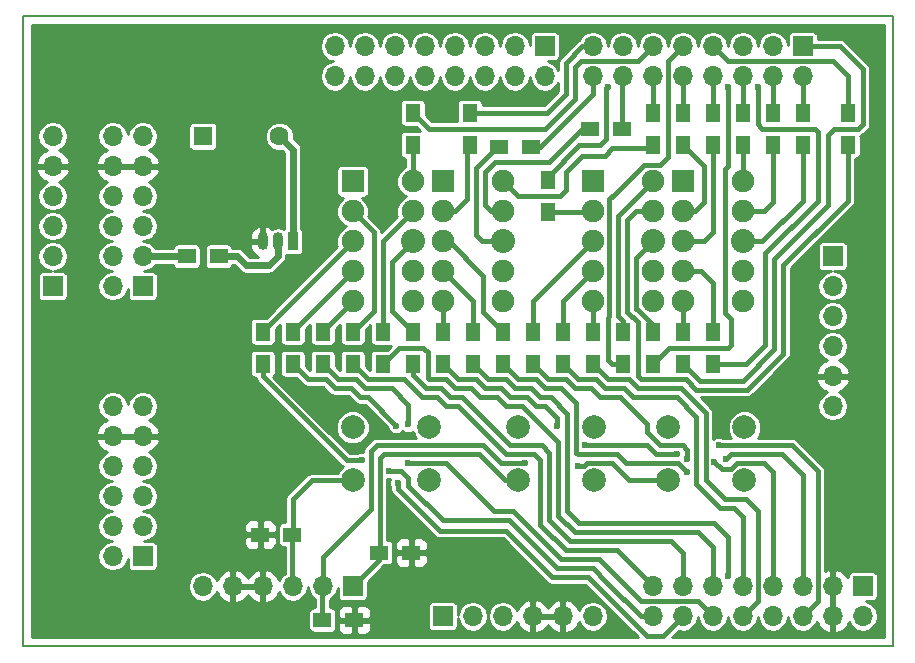
<source format=gbr>
G04 #@! TF.FileFunction,Copper,L2,Bot,Signal*
%FSLAX46Y46*%
G04 Gerber Fmt 4.6, Leading zero omitted, Abs format (unit mm)*
G04 Created by KiCad (PCBNEW 4.0.7) date Fri Jun  7 08:16:43 2019*
%MOMM*%
%LPD*%
G01*
G04 APERTURE LIST*
%ADD10C,0.100000*%
%ADD11C,0.150000*%
%ADD12R,1.899920X1.899920*%
%ADD13C,1.899920*%
%ADD14C,2.032000*%
%ADD15R,1.700000X1.700000*%
%ADD16O,1.700000X1.700000*%
%ADD17R,1.600000X1.600000*%
%ADD18C,1.600000*%
%ADD19O,0.900000X1.500000*%
%ADD20R,0.900000X1.500000*%
%ADD21R,1.300000X1.500000*%
%ADD22R,1.500000X1.300000*%
%ADD23C,2.000000*%
%ADD24C,0.600000*%
%ADD25C,0.400000*%
%ADD26C,0.600000*%
%ADD27C,0.254000*%
G04 APERTURE END LIST*
D10*
D11*
X17780000Y-71120000D02*
X17780000Y-17780000D01*
X91440000Y-71120000D02*
X17780000Y-71120000D01*
X91440000Y-17780000D02*
X91440000Y-71120000D01*
X17780000Y-17780000D02*
X91440000Y-17780000D01*
D12*
X45720000Y-31750000D03*
D13*
X45720000Y-34290000D03*
X45720000Y-36830000D03*
X45720000Y-39370000D03*
X45720000Y-41910000D03*
X50800000Y-41910000D03*
X50800000Y-39370000D03*
D14*
X50800000Y-36830000D03*
D13*
X50800000Y-34290000D03*
X50800000Y-31750000D03*
D12*
X66040000Y-31750000D03*
D13*
X66040000Y-34290000D03*
X66040000Y-36830000D03*
X66040000Y-39370000D03*
X66040000Y-41910000D03*
X71120000Y-41910000D03*
X71120000Y-39370000D03*
D14*
X71120000Y-36830000D03*
D13*
X71120000Y-34290000D03*
X71120000Y-31750000D03*
D12*
X73660000Y-31750000D03*
D13*
X73660000Y-34290000D03*
X73660000Y-36830000D03*
X73660000Y-39370000D03*
X73660000Y-41910000D03*
X78740000Y-41910000D03*
X78740000Y-39370000D03*
D14*
X78740000Y-36830000D03*
D13*
X78740000Y-34290000D03*
X78740000Y-31750000D03*
D12*
X53340000Y-31750000D03*
D13*
X53340000Y-34290000D03*
X53340000Y-36830000D03*
X53340000Y-39370000D03*
X53340000Y-41910000D03*
X58420000Y-41910000D03*
X58420000Y-39370000D03*
D14*
X58420000Y-36830000D03*
D13*
X58420000Y-34290000D03*
X58420000Y-31750000D03*
D15*
X20320000Y-40640000D03*
D16*
X20320000Y-38100000D03*
X20320000Y-35560000D03*
X20320000Y-33020000D03*
X20320000Y-30480000D03*
X20320000Y-27940000D03*
D15*
X88900000Y-66040000D03*
D16*
X88900000Y-68580000D03*
X86360000Y-66040000D03*
X86360000Y-68580000D03*
X83820000Y-66040000D03*
X83820000Y-68580000D03*
X81280000Y-66040000D03*
X81280000Y-68580000D03*
X78740000Y-66040000D03*
X78740000Y-68580000D03*
X76200000Y-66040000D03*
X76200000Y-68580000D03*
X73660000Y-66040000D03*
X73660000Y-68580000D03*
X71120000Y-66040000D03*
X71120000Y-68580000D03*
D15*
X45720000Y-66040000D03*
D16*
X43180000Y-66040000D03*
X40640000Y-66040000D03*
X38100000Y-66040000D03*
X35560000Y-66040000D03*
X33020000Y-66040000D03*
D15*
X61976000Y-20320000D03*
D16*
X61976000Y-22860000D03*
X59436000Y-20320000D03*
X59436000Y-22860000D03*
X56896000Y-20320000D03*
X56896000Y-22860000D03*
X54356000Y-20320000D03*
X54356000Y-22860000D03*
X51816000Y-20320000D03*
X51816000Y-22860000D03*
X49276000Y-20320000D03*
X49276000Y-22860000D03*
X46736000Y-20320000D03*
X46736000Y-22860000D03*
X44196000Y-20320000D03*
X44196000Y-22860000D03*
D15*
X53340000Y-68580000D03*
D16*
X55880000Y-68580000D03*
X58420000Y-68580000D03*
X60960000Y-68580000D03*
X63500000Y-68580000D03*
X66040000Y-68580000D03*
D15*
X83820000Y-20320000D03*
D16*
X83820000Y-22860000D03*
X81280000Y-20320000D03*
X81280000Y-22860000D03*
X78740000Y-20320000D03*
X78740000Y-22860000D03*
X76200000Y-20320000D03*
X76200000Y-22860000D03*
X73660000Y-20320000D03*
X73660000Y-22860000D03*
X71120000Y-20320000D03*
X71120000Y-22860000D03*
X68580000Y-20320000D03*
X68580000Y-22860000D03*
X66040000Y-20320000D03*
X66040000Y-22860000D03*
D15*
X86360000Y-38100000D03*
D16*
X86360000Y-40640000D03*
X86360000Y-43180000D03*
X86360000Y-45720000D03*
X86360000Y-48260000D03*
X86360000Y-50800000D03*
D15*
X27940000Y-40640000D03*
D16*
X25400000Y-40640000D03*
X27940000Y-38100000D03*
X25400000Y-38100000D03*
X27940000Y-35560000D03*
X25400000Y-35560000D03*
X27940000Y-33020000D03*
X25400000Y-33020000D03*
X27940000Y-30480000D03*
X25400000Y-30480000D03*
X27940000Y-27940000D03*
X25400000Y-27940000D03*
D15*
X27940000Y-63500000D03*
D16*
X25400000Y-63500000D03*
X27940000Y-60960000D03*
X25400000Y-60960000D03*
X27940000Y-58420000D03*
X25400000Y-58420000D03*
X27940000Y-55880000D03*
X25400000Y-55880000D03*
X27940000Y-53340000D03*
X25400000Y-53340000D03*
X27940000Y-50800000D03*
X25400000Y-50800000D03*
D17*
X33020000Y-27940000D03*
D18*
X39520000Y-27940000D03*
D19*
X39370000Y-36830000D03*
X38100000Y-36830000D03*
D20*
X40640000Y-36830000D03*
D21*
X50800000Y-28655000D03*
X50800000Y-25955000D03*
X48260000Y-44497000D03*
X48260000Y-47197000D03*
X50800000Y-44497000D03*
X50800000Y-47197000D03*
X43180000Y-44497000D03*
X43180000Y-47197000D03*
X40640000Y-44497000D03*
X40640000Y-47197000D03*
X45720000Y-44497000D03*
X45720000Y-47197000D03*
X38100000Y-44497000D03*
X38100000Y-47197000D03*
D22*
X50689500Y-63182500D03*
X47989500Y-63182500D03*
X45863500Y-68897500D03*
X43163500Y-68897500D03*
X37893000Y-61658500D03*
X40593000Y-61658500D03*
D21*
X68580000Y-44497000D03*
X68580000Y-47197000D03*
X87630000Y-28655000D03*
X87630000Y-25955000D03*
X71120000Y-44497000D03*
X71120000Y-47197000D03*
X66040000Y-44497000D03*
X66040000Y-47197000D03*
X63500000Y-44497000D03*
X63500000Y-47197000D03*
X62230000Y-34370000D03*
X62230000Y-31670000D03*
X60960000Y-44497000D03*
X60960000Y-47197000D03*
X71120000Y-28655000D03*
X71120000Y-25955000D03*
D22*
X65833000Y-27305000D03*
X68533000Y-27305000D03*
X58086000Y-28829000D03*
X60786000Y-28829000D03*
D21*
X53340000Y-44497000D03*
X53340000Y-47197000D03*
X55880000Y-44497000D03*
X55880000Y-47197000D03*
X55626000Y-28655000D03*
X55626000Y-25955000D03*
X58420000Y-44497000D03*
X58420000Y-47197000D03*
X78740000Y-28655000D03*
X78740000Y-25955000D03*
X81280000Y-28655000D03*
X81280000Y-25955000D03*
X83820000Y-28655000D03*
X83820000Y-25955000D03*
X73660000Y-44497000D03*
X73660000Y-47197000D03*
X76200000Y-44497000D03*
X76200000Y-47197000D03*
X73660000Y-28655000D03*
X73660000Y-25955000D03*
X76200000Y-28655000D03*
X76200000Y-25955000D03*
D22*
X34370000Y-38100000D03*
X31670000Y-38100000D03*
D23*
X45720000Y-57078000D03*
X45720000Y-52578000D03*
X52220000Y-57078000D03*
X52220000Y-52578000D03*
X59690000Y-57078000D03*
X59690000Y-52578000D03*
X66190000Y-57078000D03*
X66190000Y-52578000D03*
X72390000Y-57078000D03*
X72390000Y-52578000D03*
X78890000Y-57078000D03*
X78890000Y-52578000D03*
D24*
X74041000Y-56388000D03*
X77343000Y-55245000D03*
X62992000Y-52451000D03*
X65405000Y-54102000D03*
X73152000Y-54864000D03*
X76708000Y-54102000D03*
X74041000Y-55245000D03*
X76327000Y-55499000D03*
X77470000Y-65151000D03*
X50419000Y-52324000D03*
X50419000Y-55626000D03*
X49530000Y-57277000D03*
X49403000Y-52451000D03*
X48768000Y-56261000D03*
X46482000Y-55372000D03*
X60325000Y-55626000D03*
X64770000Y-55880000D03*
X80010000Y-23749000D03*
X77470000Y-23749000D03*
X67310000Y-23749000D03*
D25*
X45720000Y-34290000D02*
X47498000Y-36068000D01*
X47498000Y-42719000D02*
X45720000Y-44497000D01*
X47498000Y-36068000D02*
X47498000Y-42719000D01*
X45720000Y-36830000D02*
X38100000Y-44450000D01*
X38100000Y-44450000D02*
X38100000Y-44497000D01*
X45720000Y-39370000D02*
X40640000Y-44450000D01*
X40640000Y-44450000D02*
X40640000Y-44497000D01*
X45720000Y-41910000D02*
X43180000Y-44450000D01*
X43180000Y-44450000D02*
X43180000Y-44497000D01*
X49276000Y-38354000D02*
X49022000Y-38608000D01*
X50800000Y-44497000D02*
X49276000Y-42973000D01*
X49276000Y-38354000D02*
X50800000Y-36830000D01*
X49022000Y-42719000D02*
X49276000Y-42973000D01*
X49022000Y-38608000D02*
X49022000Y-42719000D01*
X48514000Y-36576000D02*
X48260000Y-36830000D01*
X50800000Y-34290000D02*
X48514000Y-36576000D01*
X48260000Y-36830000D02*
X48260000Y-44497000D01*
X48260000Y-44497000D02*
X48514000Y-44243000D01*
X50800000Y-28655000D02*
X50800000Y-31750000D01*
X55372000Y-33274000D02*
X55372000Y-28909000D01*
X55372000Y-28909000D02*
X55626000Y-28655000D01*
X55245000Y-29036000D02*
X55626000Y-28655000D01*
X53340000Y-34290000D02*
X54356000Y-34290000D01*
X54356000Y-34290000D02*
X55372000Y-33274000D01*
X53340000Y-34290000D02*
X54102000Y-34290000D01*
X56769000Y-42846000D02*
X58420000Y-44497000D01*
X56769000Y-39751000D02*
X56769000Y-42846000D01*
X53848000Y-36830000D02*
X56769000Y-39751000D01*
X53340000Y-36830000D02*
X53848000Y-36830000D01*
X55880000Y-44497000D02*
X55880000Y-41910000D01*
X55880000Y-41910000D02*
X53340000Y-39370000D01*
X53340000Y-44497000D02*
X53340000Y-41910000D01*
X58086000Y-28829000D02*
X57912000Y-28829000D01*
X57912000Y-28829000D02*
X56134000Y-30607000D01*
X56134000Y-30607000D02*
X56134000Y-36322000D01*
X56134000Y-36322000D02*
X56642000Y-36830000D01*
X56642000Y-36830000D02*
X58420000Y-36830000D01*
X57785000Y-36830000D02*
X58420000Y-36830000D01*
X65151000Y-27305000D02*
X63801000Y-28655000D01*
X63801000Y-28655000D02*
X62357000Y-30099000D01*
X65151000Y-27305000D02*
X65833000Y-27305000D01*
X57404000Y-34290000D02*
X58420000Y-34290000D01*
X56896000Y-33782000D02*
X57404000Y-34290000D01*
X56896000Y-30988000D02*
X56896000Y-33782000D01*
X57785000Y-30099000D02*
X56896000Y-30988000D01*
X62357000Y-30099000D02*
X57785000Y-30099000D01*
X71120000Y-28655000D02*
X70819000Y-28956000D01*
X70819000Y-28956000D02*
X67691000Y-28956000D01*
X67691000Y-28956000D02*
X67056000Y-29591000D01*
X71120000Y-28655000D02*
X71040000Y-28655000D01*
X71120000Y-28655000D02*
X70913000Y-28655000D01*
X59690000Y-33020000D02*
X58420000Y-31750000D01*
X63246000Y-33020000D02*
X59690000Y-33020000D01*
X63754000Y-32512000D02*
X63246000Y-33020000D01*
X63754000Y-30988000D02*
X63754000Y-32512000D01*
X65151000Y-29591000D02*
X63754000Y-30988000D01*
X67056000Y-29591000D02*
X65151000Y-29591000D01*
X66040000Y-34290000D02*
X65960000Y-34370000D01*
X65960000Y-34370000D02*
X62230000Y-34370000D01*
X60960000Y-41910000D02*
X66040000Y-36830000D01*
X60960000Y-44497000D02*
X60960000Y-41910000D01*
X63500000Y-41910000D02*
X66040000Y-39370000D01*
X63500000Y-44497000D02*
X63500000Y-41910000D01*
X66040000Y-41910000D02*
X66040000Y-44497000D01*
X69723000Y-38227000D02*
X71120000Y-36830000D01*
X69723000Y-42545000D02*
X69723000Y-38227000D01*
X69850000Y-42672000D02*
X69723000Y-42545000D01*
X71120000Y-43942000D02*
X69850000Y-42672000D01*
X71120000Y-43942000D02*
X71120000Y-44497000D01*
X71120000Y-44497000D02*
X71120000Y-44069000D01*
X69850000Y-46736000D02*
X69850000Y-43688000D01*
X69469000Y-34544000D02*
X68961000Y-35052000D01*
X71120000Y-34290000D02*
X69723000Y-34290000D01*
X69723000Y-34290000D02*
X69469000Y-34544000D01*
X69850000Y-48260000D02*
X69850000Y-46736000D01*
X68961000Y-42799000D02*
X68961000Y-35052000D01*
X69850000Y-43688000D02*
X68961000Y-42799000D01*
X71120000Y-34290000D02*
X70612000Y-34290000D01*
X70104000Y-48514000D02*
X69850000Y-48260000D01*
X82169000Y-46355000D02*
X79121000Y-49403000D01*
X79121000Y-49403000D02*
X74803000Y-49403000D01*
X74803000Y-49403000D02*
X73914000Y-48514000D01*
X73914000Y-48514000D02*
X70104000Y-48514000D01*
X87630000Y-33401000D02*
X87630000Y-28655000D01*
X82169000Y-46228000D02*
X82169000Y-40005000D01*
X82169000Y-38862000D02*
X82169000Y-40005000D01*
X87630000Y-33401000D02*
X82169000Y-38862000D01*
X82169000Y-46228000D02*
X82169000Y-46355000D01*
X68199000Y-34671000D02*
X68199000Y-43180000D01*
X71120000Y-31750000D02*
X68199000Y-34671000D01*
X68199000Y-43180000D02*
X68580000Y-43561000D01*
X71120000Y-31750000D02*
X70358000Y-31750000D01*
X71120000Y-31750000D02*
X70612000Y-31750000D01*
X68580000Y-43561000D02*
X68580000Y-44497000D01*
X73660000Y-34290000D02*
X74676000Y-34290000D01*
X75438000Y-30433000D02*
X73660000Y-28655000D01*
X75438000Y-33528000D02*
X75438000Y-30433000D01*
X74676000Y-34290000D02*
X75438000Y-33528000D01*
X76200000Y-28655000D02*
X76200000Y-36068000D01*
X75438000Y-36830000D02*
X73660000Y-36830000D01*
X76200000Y-36068000D02*
X75438000Y-36830000D01*
D26*
X76200000Y-28655000D02*
X76327000Y-28782000D01*
D25*
X73660000Y-39370000D02*
X75184000Y-39370000D01*
X76200000Y-40386000D02*
X76200000Y-45005000D01*
X75184000Y-39370000D02*
X76200000Y-40386000D01*
X73660000Y-45005000D02*
X73660000Y-41910000D01*
X83820000Y-28655000D02*
X83820000Y-33401000D01*
X80391000Y-36830000D02*
X78740000Y-36830000D01*
X83820000Y-33401000D02*
X80391000Y-36830000D01*
X81280000Y-28655000D02*
X81280000Y-33528000D01*
X80518000Y-34290000D02*
X78740000Y-34290000D01*
X81280000Y-33528000D02*
X80518000Y-34290000D01*
X78740000Y-28655000D02*
X78740000Y-31750000D01*
D26*
X40640000Y-36830000D02*
X40640000Y-29060000D01*
X40640000Y-29060000D02*
X39520000Y-27940000D01*
D25*
X64643000Y-53975000D02*
X64643000Y-54737000D01*
X68834000Y-55626000D02*
X68072000Y-54864000D01*
X68072000Y-54864000D02*
X65532000Y-54864000D01*
X71501000Y-55626000D02*
X73279000Y-55626000D01*
X73279000Y-55626000D02*
X74041000Y-56388000D01*
X83820000Y-66040000D02*
X83820000Y-56642000D01*
X59737000Y-48514000D02*
X61214000Y-48514000D01*
X61214000Y-48514000D02*
X61976000Y-49276000D01*
X61976000Y-49276000D02*
X63373000Y-49276000D01*
X63373000Y-49276000D02*
X64643000Y-50546000D01*
X64643000Y-50546000D02*
X64643000Y-51054000D01*
X64643000Y-51054000D02*
X64643000Y-53975000D01*
X59737000Y-48514000D02*
X58420000Y-47197000D01*
X82042000Y-54864000D02*
X83820000Y-56642000D01*
X77724000Y-54864000D02*
X82042000Y-54864000D01*
X77343000Y-55245000D02*
X77724000Y-54864000D01*
X71501000Y-55626000D02*
X68834000Y-55626000D01*
X64770000Y-54864000D02*
X65532000Y-54864000D01*
X64643000Y-54737000D02*
X64770000Y-54864000D01*
X61976000Y-50800000D02*
X62992000Y-51816000D01*
X60452000Y-50038000D02*
X61214000Y-50800000D01*
X61214000Y-50800000D02*
X61341000Y-50800000D01*
X61341000Y-50800000D02*
X61976000Y-50800000D01*
X53340000Y-47197000D02*
X54657000Y-48514000D01*
X59055000Y-50038000D02*
X59690000Y-50038000D01*
X58293000Y-49276000D02*
X59055000Y-50038000D01*
X56896000Y-49276000D02*
X58293000Y-49276000D01*
X56134000Y-48514000D02*
X56896000Y-49276000D01*
X54657000Y-48514000D02*
X56134000Y-48514000D01*
X59690000Y-50038000D02*
X60452000Y-50038000D01*
X62992000Y-51816000D02*
X62992000Y-52451000D01*
X70612000Y-54102000D02*
X65405000Y-54102000D01*
X71882000Y-54864000D02*
X71374000Y-54864000D01*
X71882000Y-54864000D02*
X73152000Y-54864000D01*
X85090000Y-67310000D02*
X85090000Y-56261000D01*
X83820000Y-68580000D02*
X85090000Y-67310000D01*
X82931000Y-54102000D02*
X85090000Y-56261000D01*
X76708000Y-54102000D02*
X82931000Y-54102000D01*
X71374000Y-54864000D02*
X70612000Y-54102000D01*
X72136000Y-54102000D02*
X71755000Y-54102000D01*
X63627000Y-48514000D02*
X63754000Y-48514000D01*
X62277000Y-48514000D02*
X63627000Y-48514000D01*
X60960000Y-47197000D02*
X62277000Y-48514000D01*
X63754000Y-48514000D02*
X64516000Y-49276000D01*
X66675000Y-50038000D02*
X68199000Y-50038000D01*
X65913000Y-49276000D02*
X66675000Y-50038000D01*
X64516000Y-49276000D02*
X65913000Y-49276000D01*
X74041000Y-54483000D02*
X73660000Y-54102000D01*
X73660000Y-54102000D02*
X72136000Y-54102000D01*
X76327000Y-55499000D02*
X76962000Y-56134000D01*
X81280000Y-56388000D02*
X81280000Y-66040000D01*
X80518000Y-55626000D02*
X81280000Y-56388000D01*
X78232000Y-55626000D02*
X80518000Y-55626000D01*
X77724000Y-56134000D02*
X78232000Y-55626000D01*
X76962000Y-56134000D02*
X77724000Y-56134000D01*
X74041000Y-55245000D02*
X74041000Y-54483000D01*
X68326000Y-50038000D02*
X68199000Y-50038000D01*
X70612000Y-52324000D02*
X68326000Y-50038000D01*
X70612000Y-52959000D02*
X70612000Y-52324000D01*
X71755000Y-54102000D02*
X70612000Y-52959000D01*
X63881000Y-59690000D02*
X64897000Y-60706000D01*
X57197000Y-48514000D02*
X55880000Y-47197000D01*
X63881000Y-51435000D02*
X63881000Y-57277000D01*
X62484000Y-50038000D02*
X63881000Y-51435000D01*
X61595000Y-50038000D02*
X62484000Y-50038000D01*
X60833000Y-49276000D02*
X61595000Y-50038000D01*
X59436000Y-49276000D02*
X60833000Y-49276000D01*
X58674000Y-48514000D02*
X59436000Y-49276000D01*
X57197000Y-48514000D02*
X58674000Y-48514000D01*
X63881000Y-59690000D02*
X63881000Y-57277000D01*
X77470000Y-61849000D02*
X77470000Y-65151000D01*
X76327000Y-60706000D02*
X77470000Y-61849000D01*
X64897000Y-60706000D02*
X76327000Y-60706000D01*
X74803000Y-55245000D02*
X74803000Y-57404000D01*
X78740000Y-60198000D02*
X78740000Y-66040000D01*
X77978000Y-59436000D02*
X78740000Y-60198000D01*
X76835000Y-59436000D02*
X77978000Y-59436000D01*
X74803000Y-57404000D02*
X76835000Y-59436000D01*
X63500000Y-47197000D02*
X64817000Y-48514000D01*
X74803000Y-53848000D02*
X74803000Y-55245000D01*
X74803000Y-55245000D02*
X74803000Y-55372000D01*
X74803000Y-52197000D02*
X74803000Y-53848000D01*
X74803000Y-51689000D02*
X74803000Y-52197000D01*
X73152000Y-50038000D02*
X74803000Y-51689000D01*
X69469000Y-50038000D02*
X73152000Y-50038000D01*
X68707000Y-49276000D02*
X69469000Y-50038000D01*
X67056000Y-49276000D02*
X68707000Y-49276000D01*
X66294000Y-48514000D02*
X67056000Y-49276000D01*
X64817000Y-48514000D02*
X66294000Y-48514000D01*
X75608265Y-54907265D02*
X75608265Y-57066265D01*
X67357000Y-48514000D02*
X69088000Y-48514000D01*
X69088000Y-48514000D02*
X69850000Y-49276000D01*
X69850000Y-49276000D02*
X73533000Y-49276000D01*
X73533000Y-49276000D02*
X75608265Y-51351265D01*
X75608265Y-51351265D02*
X75608265Y-51859265D01*
X75608265Y-51859265D02*
X75608265Y-54907265D01*
X78740000Y-68580000D02*
X80010000Y-67310000D01*
X67357000Y-48514000D02*
X66040000Y-47197000D01*
X80010000Y-59690000D02*
X80010000Y-67310000D01*
X78994000Y-58674000D02*
X80010000Y-59690000D01*
X77216000Y-58674000D02*
X78994000Y-58674000D01*
X75608265Y-57066265D02*
X77216000Y-58674000D01*
X48260000Y-47197000D02*
X48307000Y-47197000D01*
X48307000Y-47197000D02*
X49657000Y-45847000D01*
X49657000Y-45847000D02*
X51689000Y-45847000D01*
X51689000Y-45847000D02*
X52070000Y-46228000D01*
X52070000Y-46228000D02*
X52070000Y-48387000D01*
X52070000Y-48387000D02*
X52197000Y-48514000D01*
X52197000Y-48514000D02*
X53594000Y-48514000D01*
X53594000Y-48514000D02*
X54356000Y-49276000D01*
X54356000Y-49276000D02*
X55753000Y-49276000D01*
X55753000Y-49276000D02*
X56515000Y-50038000D01*
X56515000Y-50038000D02*
X57912000Y-50038000D01*
X57912000Y-50038000D02*
X58674000Y-50800000D01*
X58674000Y-50800000D02*
X60071000Y-50800000D01*
X60071000Y-50800000D02*
X63119000Y-53848000D01*
X63119000Y-53848000D02*
X63119000Y-60071000D01*
X63119000Y-60071000D02*
X64516000Y-61468000D01*
X64516000Y-61468000D02*
X74930000Y-61468000D01*
X74930000Y-61468000D02*
X76200000Y-62738000D01*
X76200000Y-62738000D02*
X76200000Y-66040000D01*
X44497000Y-48514000D02*
X45974000Y-48514000D01*
X45974000Y-48514000D02*
X46736000Y-49276000D01*
X46736000Y-49276000D02*
X49022000Y-49276000D01*
X49022000Y-49276000D02*
X50419000Y-50673000D01*
X50419000Y-50673000D02*
X50419000Y-52324000D01*
X43180000Y-47197000D02*
X44497000Y-48514000D01*
X74930000Y-67310000D02*
X76200000Y-68580000D01*
X70104000Y-67310000D02*
X74930000Y-67310000D01*
X66548000Y-63754000D02*
X70104000Y-67310000D01*
X63373000Y-63754000D02*
X66548000Y-63754000D01*
X59309000Y-59690000D02*
X63373000Y-63754000D01*
X57658000Y-59690000D02*
X59309000Y-59690000D01*
X53594000Y-55626000D02*
X57658000Y-59690000D01*
X50419000Y-55626000D02*
X53594000Y-55626000D01*
X50800000Y-47197000D02*
X50800000Y-48133000D01*
X73660000Y-63246000D02*
X73660000Y-66040000D01*
X72644000Y-62230000D02*
X73660000Y-63246000D01*
X64135000Y-62230000D02*
X72644000Y-62230000D01*
X62357000Y-60452000D02*
X64135000Y-62230000D01*
X62357000Y-54737000D02*
X62357000Y-60452000D01*
X61722000Y-54102000D02*
X62357000Y-54737000D01*
X59055000Y-54102000D02*
X61722000Y-54102000D01*
X54991000Y-50038000D02*
X59055000Y-54102000D01*
X53975000Y-50038000D02*
X54991000Y-50038000D01*
X53213000Y-49276000D02*
X53975000Y-50038000D01*
X51943000Y-49276000D02*
X53213000Y-49276000D01*
X50800000Y-48133000D02*
X51943000Y-49276000D01*
X49530000Y-57277000D02*
X49530000Y-57785000D01*
X40640000Y-47197000D02*
X41957000Y-48514000D01*
X72009000Y-70231000D02*
X73660000Y-68580000D01*
X70612000Y-70231000D02*
X72009000Y-70231000D01*
X66802000Y-66421000D02*
X70612000Y-70231000D01*
X46990000Y-50038000D02*
X49403000Y-52451000D01*
X46355000Y-50038000D02*
X46990000Y-50038000D01*
X45593000Y-49276000D02*
X46355000Y-50038000D01*
X44196000Y-49276000D02*
X45593000Y-49276000D01*
X43434000Y-48514000D02*
X44196000Y-49276000D01*
X43307000Y-48514000D02*
X43434000Y-48514000D01*
X41957000Y-48514000D02*
X43307000Y-48514000D01*
X65659000Y-65278000D02*
X66802000Y-66421000D01*
X62611000Y-65278000D02*
X65659000Y-65278000D01*
X58674000Y-61341000D02*
X62611000Y-65278000D01*
X53086000Y-61341000D02*
X58674000Y-61341000D01*
X49530000Y-57785000D02*
X53086000Y-61341000D01*
X61595000Y-55372000D02*
X61595000Y-60833000D01*
X58674000Y-54864000D02*
X61087000Y-54864000D01*
X61087000Y-54864000D02*
X61595000Y-55372000D01*
X45720000Y-47197000D02*
X47037000Y-48514000D01*
X53594000Y-50800000D02*
X54610000Y-50800000D01*
X52832000Y-50038000D02*
X53594000Y-50800000D01*
X51562000Y-50038000D02*
X52832000Y-50038000D01*
X50038000Y-48514000D02*
X51562000Y-50038000D01*
X47037000Y-48514000D02*
X50038000Y-48514000D01*
X54610000Y-50800000D02*
X58674000Y-54864000D01*
X68072000Y-62992000D02*
X71120000Y-66040000D01*
X63754000Y-62992000D02*
X68072000Y-62992000D01*
X61595000Y-60833000D02*
X63754000Y-62992000D01*
X50419000Y-57531000D02*
X53340000Y-60452000D01*
X67183000Y-65659000D02*
X70104000Y-68580000D01*
X71120000Y-68580000D02*
X70104000Y-68580000D01*
X38100000Y-48260000D02*
X38100000Y-47197000D01*
X49784000Y-56261000D02*
X50419000Y-56896000D01*
X48768000Y-56261000D02*
X49784000Y-56261000D01*
X45212000Y-55372000D02*
X46482000Y-55372000D01*
X38100000Y-48260000D02*
X45212000Y-55372000D01*
X50419000Y-56896000D02*
X50419000Y-57531000D01*
X66040000Y-64516000D02*
X67183000Y-65659000D01*
X62992000Y-64516000D02*
X66040000Y-64516000D01*
X58928000Y-60452000D02*
X62992000Y-64516000D01*
X53340000Y-60452000D02*
X58928000Y-60452000D01*
X47989500Y-63182500D02*
X48006000Y-63166000D01*
X48006000Y-63166000D02*
X48006000Y-55210002D01*
X48352002Y-54864000D02*
X48006000Y-55210002D01*
X56388000Y-54864000D02*
X48352002Y-54864000D01*
X45720000Y-66040000D02*
X47989500Y-63770500D01*
X47989500Y-63770500D02*
X47989500Y-63182500D01*
X58602000Y-57078000D02*
X56642000Y-55118000D01*
X58602000Y-57078000D02*
X59690000Y-57078000D01*
X56642000Y-55118000D02*
X56388000Y-54864000D01*
X65532000Y-55626000D02*
X65278000Y-55880000D01*
X69143000Y-57078000D02*
X72390000Y-57078000D01*
X67691000Y-55626000D02*
X69143000Y-57078000D01*
X65532000Y-55626000D02*
X67691000Y-55626000D01*
X65278000Y-55880000D02*
X64770000Y-55880000D01*
X58293000Y-55626000D02*
X57023000Y-54356000D01*
X60325000Y-55626000D02*
X58293000Y-55626000D01*
X56769000Y-54102000D02*
X47752000Y-54102000D01*
X57023000Y-54356000D02*
X56769000Y-54102000D01*
X43180000Y-66040000D02*
X43163500Y-66056500D01*
X43163500Y-66056500D02*
X43163500Y-68897500D01*
X43180000Y-66040000D02*
X43180000Y-63580000D01*
X47752000Y-54102000D02*
X47244000Y-54610000D01*
X43180000Y-63580000D02*
X47244000Y-59516000D01*
X47244000Y-54610000D02*
X47244000Y-59516000D01*
X42236000Y-57078000D02*
X45720000Y-57078000D01*
X42236000Y-57078000D02*
X40640000Y-58674000D01*
X40593000Y-61658500D02*
X40593000Y-65993000D01*
X40593000Y-65993000D02*
X40640000Y-66040000D01*
X40640000Y-61611500D02*
X40640000Y-58674000D01*
X40640000Y-61611500D02*
X40593000Y-61658500D01*
X81407000Y-45974000D02*
X78740000Y-48641000D01*
X85979000Y-33782000D02*
X81407000Y-38354000D01*
X81407000Y-38354000D02*
X81407000Y-39624000D01*
X83820000Y-20320000D02*
X86995000Y-20320000D01*
X81407000Y-39624000D02*
X81407000Y-45974000D01*
X86487000Y-27305000D02*
X85979000Y-27813000D01*
X88519000Y-27305000D02*
X86487000Y-27305000D01*
X88900000Y-26924000D02*
X88519000Y-27305000D01*
X88900000Y-22225000D02*
X88900000Y-26924000D01*
X86995000Y-20320000D02*
X88900000Y-22225000D01*
X85979000Y-27813000D02*
X85979000Y-33782000D01*
X75104000Y-48641000D02*
X73660000Y-47197000D01*
X78740000Y-48641000D02*
X75104000Y-48641000D01*
X83820000Y-22860000D02*
X83820000Y-25955000D01*
X80645000Y-45593000D02*
X79041000Y-47197000D01*
X85090000Y-33401000D02*
X80645000Y-37846000D01*
X80645000Y-37846000D02*
X80645000Y-39243000D01*
X80645000Y-39243000D02*
X80645000Y-45593000D01*
X84836000Y-27305000D02*
X85090000Y-27559000D01*
X80391000Y-27305000D02*
X84836000Y-27305000D01*
X80010000Y-26924000D02*
X80391000Y-27305000D01*
X80010000Y-23749000D02*
X80010000Y-26924000D01*
X85090000Y-27559000D02*
X85090000Y-33401000D01*
X79041000Y-47197000D02*
X76200000Y-47197000D01*
X81280000Y-25955000D02*
X81280000Y-22860000D01*
X77470000Y-43180000D02*
X77724000Y-43434000D01*
X77470000Y-23749000D02*
X77470000Y-30480000D01*
X77470000Y-30480000D02*
X77216000Y-30734000D01*
X77216000Y-30734000D02*
X77216000Y-42926000D01*
X77216000Y-42926000D02*
X77470000Y-43180000D01*
X72470000Y-45847000D02*
X71120000Y-47197000D01*
X77470000Y-45847000D02*
X72470000Y-45847000D01*
X77724000Y-45593000D02*
X77470000Y-45847000D01*
X77724000Y-43434000D02*
X77724000Y-45593000D01*
X78740000Y-25955000D02*
X78740000Y-22860000D01*
X76200000Y-20320000D02*
X77470000Y-21590000D01*
X87630000Y-22860000D02*
X87630000Y-25955000D01*
X86360000Y-21590000D02*
X87630000Y-22860000D01*
X77470000Y-21590000D02*
X86360000Y-21590000D01*
X76200000Y-20320000D02*
X76327000Y-20320000D01*
X76200000Y-22860000D02*
X76200000Y-25955000D01*
X67310000Y-46863000D02*
X67644000Y-47197000D01*
X67754500Y-32956500D02*
X67437000Y-33274000D01*
X67310000Y-43307000D02*
X67310000Y-46863000D01*
X67437000Y-43180000D02*
X67310000Y-43307000D01*
X67437000Y-33274000D02*
X67437000Y-43180000D01*
X67644000Y-47197000D02*
X68580000Y-47197000D01*
X68580000Y-47705000D02*
X68152000Y-47705000D01*
X69850000Y-30861000D02*
X67754500Y-32956500D01*
X67754500Y-32956500D02*
X67691000Y-33020000D01*
X72390000Y-21590000D02*
X72390000Y-29718000D01*
X72390000Y-29718000D02*
X71882000Y-30226000D01*
X72390000Y-21590000D02*
X73660000Y-20320000D01*
X70358000Y-30353000D02*
X69850000Y-30861000D01*
X71755000Y-30353000D02*
X70358000Y-30353000D01*
X71882000Y-30226000D02*
X71755000Y-30353000D01*
X73660000Y-25955000D02*
X73660000Y-22860000D01*
X71120000Y-20320000D02*
X69850000Y-21590000D01*
X52150000Y-27305000D02*
X50800000Y-25955000D01*
X61976000Y-27305000D02*
X52150000Y-27305000D01*
X64516000Y-24765000D02*
X61976000Y-27305000D01*
X64516000Y-22098000D02*
X64516000Y-24765000D01*
X65024000Y-21590000D02*
X64516000Y-22098000D01*
X69850000Y-21590000D02*
X65024000Y-21590000D01*
X71120000Y-22860000D02*
X71120000Y-25955000D01*
X64897000Y-28702000D02*
X62230000Y-31369000D01*
X66675000Y-28702000D02*
X64897000Y-28702000D01*
X67183000Y-28194000D02*
X66675000Y-28702000D01*
X67183000Y-23876000D02*
X67183000Y-28194000D01*
X67310000Y-23749000D02*
X67183000Y-23876000D01*
X62230000Y-31369000D02*
X62230000Y-31670000D01*
X68533000Y-27305000D02*
X68533000Y-22907000D01*
X68533000Y-22907000D02*
X68580000Y-22860000D01*
X66040000Y-20320000D02*
X65151000Y-20320000D01*
X62183000Y-25955000D02*
X55626000Y-25955000D01*
X63754000Y-24384000D02*
X62183000Y-25955000D01*
X63754000Y-21717000D02*
X63754000Y-24384000D01*
X65151000Y-20320000D02*
X63754000Y-21717000D01*
X66040000Y-22860000D02*
X66040000Y-24384000D01*
X61595000Y-28829000D02*
X60786000Y-28829000D01*
X66040000Y-24384000D02*
X61595000Y-28829000D01*
D26*
X31670000Y-38100000D02*
X27940000Y-38100000D01*
X34370000Y-38100000D02*
X35941000Y-38100000D01*
X39370000Y-38100000D02*
X39370000Y-36830000D01*
X38608000Y-38862000D02*
X39370000Y-38100000D01*
X36703000Y-38862000D02*
X38608000Y-38862000D01*
X35941000Y-38100000D02*
X36703000Y-38862000D01*
D27*
G36*
X90678000Y-70358000D02*
X72768712Y-70358000D01*
X73313598Y-69813114D01*
X73660000Y-69882018D01*
X74148687Y-69784812D01*
X74562975Y-69507993D01*
X74839794Y-69093705D01*
X74930000Y-68640209D01*
X75020206Y-69093705D01*
X75297025Y-69507993D01*
X75711313Y-69784812D01*
X76200000Y-69882018D01*
X76688687Y-69784812D01*
X77102975Y-69507993D01*
X77379794Y-69093705D01*
X77470000Y-68640209D01*
X77560206Y-69093705D01*
X77837025Y-69507993D01*
X78251313Y-69784812D01*
X78740000Y-69882018D01*
X79228687Y-69784812D01*
X79642975Y-69507993D01*
X79919794Y-69093705D01*
X80010000Y-68640209D01*
X80100206Y-69093705D01*
X80377025Y-69507993D01*
X80791313Y-69784812D01*
X81280000Y-69882018D01*
X81768687Y-69784812D01*
X82182975Y-69507993D01*
X82459794Y-69093705D01*
X82550000Y-68640209D01*
X82640206Y-69093705D01*
X82917025Y-69507993D01*
X83331313Y-69784812D01*
X83820000Y-69882018D01*
X84308687Y-69784812D01*
X84722975Y-69507993D01*
X84995309Y-69100417D01*
X85164817Y-69461358D01*
X85593076Y-69851645D01*
X86003110Y-70021476D01*
X86233000Y-69900155D01*
X86233000Y-68707000D01*
X86213000Y-68707000D01*
X86213000Y-68453000D01*
X86233000Y-68453000D01*
X86233000Y-66167000D01*
X86213000Y-66167000D01*
X86213000Y-65913000D01*
X86233000Y-65913000D01*
X86233000Y-64719845D01*
X86487000Y-64719845D01*
X86487000Y-65913000D01*
X86507000Y-65913000D01*
X86507000Y-66167000D01*
X86487000Y-66167000D01*
X86487000Y-68453000D01*
X86507000Y-68453000D01*
X86507000Y-68707000D01*
X86487000Y-68707000D01*
X86487000Y-69900155D01*
X86716890Y-70021476D01*
X87126924Y-69851645D01*
X87555183Y-69461358D01*
X87724691Y-69100417D01*
X87997025Y-69507993D01*
X88411313Y-69784812D01*
X88900000Y-69882018D01*
X89388687Y-69784812D01*
X89802975Y-69507993D01*
X90079794Y-69093705D01*
X90177000Y-68605018D01*
X90177000Y-68554982D01*
X90079794Y-68066295D01*
X89802975Y-67652007D01*
X89388687Y-67375188D01*
X89138210Y-67325365D01*
X89750000Y-67325365D01*
X89908237Y-67295591D01*
X90053567Y-67202073D01*
X90151064Y-67059381D01*
X90185365Y-66890000D01*
X90185365Y-65190000D01*
X90155591Y-65031763D01*
X90062073Y-64886433D01*
X89919381Y-64788936D01*
X89750000Y-64754635D01*
X88050000Y-64754635D01*
X87891763Y-64784409D01*
X87746433Y-64877927D01*
X87648936Y-65020619D01*
X87614635Y-65190000D01*
X87614635Y-65285236D01*
X87555183Y-65158642D01*
X87126924Y-64768355D01*
X86716890Y-64598524D01*
X86487000Y-64719845D01*
X86233000Y-64719845D01*
X86003110Y-64598524D01*
X85717000Y-64717027D01*
X85717000Y-56261000D01*
X85669272Y-56021057D01*
X85533356Y-55817644D01*
X83374356Y-53658644D01*
X83170943Y-53522728D01*
X82931000Y-53475000D01*
X80011280Y-53475000D01*
X80099047Y-53387386D01*
X80316752Y-52863093D01*
X80317248Y-52295397D01*
X80100457Y-51770725D01*
X79699386Y-51368953D01*
X79175093Y-51151248D01*
X78607397Y-51150752D01*
X78082725Y-51367543D01*
X77680953Y-51768614D01*
X77463248Y-52292907D01*
X77462752Y-52860603D01*
X77679543Y-53385275D01*
X77769111Y-53475000D01*
X77093765Y-53475000D01*
X76853244Y-53375126D01*
X76564025Y-53374874D01*
X76296725Y-53485320D01*
X76235265Y-53546673D01*
X76235265Y-51351265D01*
X76223863Y-51293943D01*
X76187538Y-51111323D01*
X76051621Y-50907909D01*
X75173712Y-50030000D01*
X79121000Y-50030000D01*
X79360943Y-49982272D01*
X79564356Y-49846356D01*
X80793822Y-48616890D01*
X84918524Y-48616890D01*
X85088355Y-49026924D01*
X85478642Y-49455183D01*
X85839583Y-49624691D01*
X85432007Y-49897025D01*
X85155188Y-50311313D01*
X85057982Y-50800000D01*
X85155188Y-51288687D01*
X85432007Y-51702975D01*
X85846295Y-51979794D01*
X86334982Y-52077000D01*
X86385018Y-52077000D01*
X86873705Y-51979794D01*
X87287993Y-51702975D01*
X87564812Y-51288687D01*
X87662018Y-50800000D01*
X87564812Y-50311313D01*
X87287993Y-49897025D01*
X86880417Y-49624691D01*
X87241358Y-49455183D01*
X87631645Y-49026924D01*
X87801476Y-48616890D01*
X87680155Y-48387000D01*
X86487000Y-48387000D01*
X86487000Y-48407000D01*
X86233000Y-48407000D01*
X86233000Y-48387000D01*
X85039845Y-48387000D01*
X84918524Y-48616890D01*
X80793822Y-48616890D01*
X81507602Y-47903110D01*
X84918524Y-47903110D01*
X85039845Y-48133000D01*
X86233000Y-48133000D01*
X86233000Y-48113000D01*
X86487000Y-48113000D01*
X86487000Y-48133000D01*
X87680155Y-48133000D01*
X87801476Y-47903110D01*
X87631645Y-47493076D01*
X87241358Y-47064817D01*
X86880417Y-46895309D01*
X87287993Y-46622975D01*
X87564812Y-46208687D01*
X87662018Y-45720000D01*
X87564812Y-45231313D01*
X87287993Y-44817025D01*
X86873705Y-44540206D01*
X86420209Y-44450000D01*
X86873705Y-44359794D01*
X87287993Y-44082975D01*
X87564812Y-43668687D01*
X87662018Y-43180000D01*
X87564812Y-42691313D01*
X87287993Y-42277025D01*
X86873705Y-42000206D01*
X86420209Y-41910000D01*
X86873705Y-41819794D01*
X87287993Y-41542975D01*
X87564812Y-41128687D01*
X87662018Y-40640000D01*
X87564812Y-40151313D01*
X87287993Y-39737025D01*
X86873705Y-39460206D01*
X86497454Y-39385365D01*
X87210000Y-39385365D01*
X87368237Y-39355591D01*
X87513567Y-39262073D01*
X87611064Y-39119381D01*
X87645365Y-38950000D01*
X87645365Y-37250000D01*
X87615591Y-37091763D01*
X87522073Y-36946433D01*
X87379381Y-36848936D01*
X87210000Y-36814635D01*
X85510000Y-36814635D01*
X85351763Y-36844409D01*
X85206433Y-36937927D01*
X85108936Y-37080619D01*
X85074635Y-37250000D01*
X85074635Y-38950000D01*
X85104409Y-39108237D01*
X85197927Y-39253567D01*
X85340619Y-39351064D01*
X85510000Y-39385365D01*
X86222546Y-39385365D01*
X85846295Y-39460206D01*
X85432007Y-39737025D01*
X85155188Y-40151313D01*
X85057982Y-40640000D01*
X85155188Y-41128687D01*
X85432007Y-41542975D01*
X85846295Y-41819794D01*
X86299791Y-41910000D01*
X85846295Y-42000206D01*
X85432007Y-42277025D01*
X85155188Y-42691313D01*
X85057982Y-43180000D01*
X85155188Y-43668687D01*
X85432007Y-44082975D01*
X85846295Y-44359794D01*
X86299791Y-44450000D01*
X85846295Y-44540206D01*
X85432007Y-44817025D01*
X85155188Y-45231313D01*
X85057982Y-45720000D01*
X85155188Y-46208687D01*
X85432007Y-46622975D01*
X85839583Y-46895309D01*
X85478642Y-47064817D01*
X85088355Y-47493076D01*
X84918524Y-47903110D01*
X81507602Y-47903110D01*
X82612356Y-46798356D01*
X82748273Y-46594942D01*
X82796000Y-46355000D01*
X82796000Y-39121712D01*
X88073356Y-33844356D01*
X88124414Y-33767942D01*
X88209272Y-33640943D01*
X88257000Y-33401000D01*
X88257000Y-29840365D01*
X88280000Y-29840365D01*
X88438237Y-29810591D01*
X88583567Y-29717073D01*
X88681064Y-29574381D01*
X88715365Y-29405000D01*
X88715365Y-27905000D01*
X88713178Y-27893375D01*
X88758943Y-27884272D01*
X88962356Y-27748356D01*
X89343356Y-27367356D01*
X89479272Y-27163943D01*
X89527000Y-26924000D01*
X89527000Y-22225000D01*
X89515915Y-22169272D01*
X89479273Y-21985058D01*
X89343356Y-21781644D01*
X87438356Y-19876644D01*
X87333071Y-19806295D01*
X87234943Y-19740728D01*
X86995000Y-19693000D01*
X85105365Y-19693000D01*
X85105365Y-19470000D01*
X85075591Y-19311763D01*
X84982073Y-19166433D01*
X84839381Y-19068936D01*
X84670000Y-19034635D01*
X82970000Y-19034635D01*
X82811763Y-19064409D01*
X82666433Y-19157927D01*
X82568936Y-19300619D01*
X82534635Y-19470000D01*
X82534635Y-20182546D01*
X82459794Y-19806295D01*
X82182975Y-19392007D01*
X81768687Y-19115188D01*
X81280000Y-19017982D01*
X80791313Y-19115188D01*
X80377025Y-19392007D01*
X80100206Y-19806295D01*
X80010000Y-20259791D01*
X79919794Y-19806295D01*
X79642975Y-19392007D01*
X79228687Y-19115188D01*
X78740000Y-19017982D01*
X78251313Y-19115188D01*
X77837025Y-19392007D01*
X77560206Y-19806295D01*
X77470000Y-20259791D01*
X77379794Y-19806295D01*
X77102975Y-19392007D01*
X76688687Y-19115188D01*
X76200000Y-19017982D01*
X75711313Y-19115188D01*
X75297025Y-19392007D01*
X75020206Y-19806295D01*
X74930000Y-20259791D01*
X74839794Y-19806295D01*
X74562975Y-19392007D01*
X74148687Y-19115188D01*
X73660000Y-19017982D01*
X73171313Y-19115188D01*
X72757025Y-19392007D01*
X72480206Y-19806295D01*
X72390000Y-20259791D01*
X72299794Y-19806295D01*
X72022975Y-19392007D01*
X71608687Y-19115188D01*
X71120000Y-19017982D01*
X70631313Y-19115188D01*
X70217025Y-19392007D01*
X69940206Y-19806295D01*
X69850000Y-20259791D01*
X69759794Y-19806295D01*
X69482975Y-19392007D01*
X69068687Y-19115188D01*
X68580000Y-19017982D01*
X68091313Y-19115188D01*
X67677025Y-19392007D01*
X67400206Y-19806295D01*
X67310000Y-20259791D01*
X67219794Y-19806295D01*
X66942975Y-19392007D01*
X66528687Y-19115188D01*
X66040000Y-19017982D01*
X65551313Y-19115188D01*
X65137025Y-19392007D01*
X64898338Y-19749227D01*
X64812929Y-19806295D01*
X64707644Y-19876644D01*
X63310644Y-21273644D01*
X63174728Y-21477057D01*
X63127000Y-21717000D01*
X63127000Y-22303202D01*
X62878975Y-21932007D01*
X62464687Y-21655188D01*
X62214210Y-21605365D01*
X62826000Y-21605365D01*
X62984237Y-21575591D01*
X63129567Y-21482073D01*
X63227064Y-21339381D01*
X63261365Y-21170000D01*
X63261365Y-19470000D01*
X63231591Y-19311763D01*
X63138073Y-19166433D01*
X62995381Y-19068936D01*
X62826000Y-19034635D01*
X61126000Y-19034635D01*
X60967763Y-19064409D01*
X60822433Y-19157927D01*
X60724936Y-19300619D01*
X60690635Y-19470000D01*
X60690635Y-20182546D01*
X60615794Y-19806295D01*
X60338975Y-19392007D01*
X59924687Y-19115188D01*
X59436000Y-19017982D01*
X58947313Y-19115188D01*
X58533025Y-19392007D01*
X58256206Y-19806295D01*
X58166000Y-20259791D01*
X58075794Y-19806295D01*
X57798975Y-19392007D01*
X57384687Y-19115188D01*
X56896000Y-19017982D01*
X56407313Y-19115188D01*
X55993025Y-19392007D01*
X55716206Y-19806295D01*
X55626000Y-20259791D01*
X55535794Y-19806295D01*
X55258975Y-19392007D01*
X54844687Y-19115188D01*
X54356000Y-19017982D01*
X53867313Y-19115188D01*
X53453025Y-19392007D01*
X53176206Y-19806295D01*
X53086000Y-20259791D01*
X52995794Y-19806295D01*
X52718975Y-19392007D01*
X52304687Y-19115188D01*
X51816000Y-19017982D01*
X51327313Y-19115188D01*
X50913025Y-19392007D01*
X50636206Y-19806295D01*
X50546000Y-20259791D01*
X50455794Y-19806295D01*
X50178975Y-19392007D01*
X49764687Y-19115188D01*
X49276000Y-19017982D01*
X48787313Y-19115188D01*
X48373025Y-19392007D01*
X48096206Y-19806295D01*
X48006000Y-20259791D01*
X47915794Y-19806295D01*
X47638975Y-19392007D01*
X47224687Y-19115188D01*
X46736000Y-19017982D01*
X46247313Y-19115188D01*
X45833025Y-19392007D01*
X45556206Y-19806295D01*
X45466000Y-20259791D01*
X45375794Y-19806295D01*
X45098975Y-19392007D01*
X44684687Y-19115188D01*
X44196000Y-19017982D01*
X43707313Y-19115188D01*
X43293025Y-19392007D01*
X43016206Y-19806295D01*
X42919000Y-20294982D01*
X42919000Y-20345018D01*
X43016206Y-20833705D01*
X43293025Y-21247993D01*
X43707313Y-21524812D01*
X44035035Y-21590000D01*
X43707313Y-21655188D01*
X43293025Y-21932007D01*
X43016206Y-22346295D01*
X42919000Y-22834982D01*
X42919000Y-22885018D01*
X43016206Y-23373705D01*
X43293025Y-23787993D01*
X43707313Y-24064812D01*
X44196000Y-24162018D01*
X44684687Y-24064812D01*
X45098975Y-23787993D01*
X45375794Y-23373705D01*
X45466000Y-22920209D01*
X45556206Y-23373705D01*
X45833025Y-23787993D01*
X46247313Y-24064812D01*
X46736000Y-24162018D01*
X47224687Y-24064812D01*
X47638975Y-23787993D01*
X47915794Y-23373705D01*
X48006000Y-22920209D01*
X48096206Y-23373705D01*
X48373025Y-23787993D01*
X48787313Y-24064812D01*
X49276000Y-24162018D01*
X49764687Y-24064812D01*
X50178975Y-23787993D01*
X50455794Y-23373705D01*
X50546000Y-22920209D01*
X50636206Y-23373705D01*
X50913025Y-23787993D01*
X51327313Y-24064812D01*
X51816000Y-24162018D01*
X52304687Y-24064812D01*
X52718975Y-23787993D01*
X52995794Y-23373705D01*
X53086000Y-22920209D01*
X53176206Y-23373705D01*
X53453025Y-23787993D01*
X53867313Y-24064812D01*
X54356000Y-24162018D01*
X54844687Y-24064812D01*
X55258975Y-23787993D01*
X55535794Y-23373705D01*
X55626000Y-22920209D01*
X55716206Y-23373705D01*
X55993025Y-23787993D01*
X56407313Y-24064812D01*
X56896000Y-24162018D01*
X57384687Y-24064812D01*
X57798975Y-23787993D01*
X58075794Y-23373705D01*
X58166000Y-22920209D01*
X58256206Y-23373705D01*
X58533025Y-23787993D01*
X58947313Y-24064812D01*
X59436000Y-24162018D01*
X59924687Y-24064812D01*
X60338975Y-23787993D01*
X60615794Y-23373705D01*
X60706000Y-22920209D01*
X60796206Y-23373705D01*
X61073025Y-23787993D01*
X61487313Y-24064812D01*
X61976000Y-24162018D01*
X62464687Y-24064812D01*
X62878975Y-23787993D01*
X63127000Y-23416798D01*
X63127000Y-24124288D01*
X61923288Y-25328000D01*
X56711365Y-25328000D01*
X56711365Y-25205000D01*
X56681591Y-25046763D01*
X56588073Y-24901433D01*
X56445381Y-24803936D01*
X56276000Y-24769635D01*
X54976000Y-24769635D01*
X54817763Y-24799409D01*
X54672433Y-24892927D01*
X54574936Y-25035619D01*
X54540635Y-25205000D01*
X54540635Y-26678000D01*
X52409712Y-26678000D01*
X51885365Y-26153653D01*
X51885365Y-25205000D01*
X51855591Y-25046763D01*
X51762073Y-24901433D01*
X51619381Y-24803936D01*
X51450000Y-24769635D01*
X50150000Y-24769635D01*
X49991763Y-24799409D01*
X49846433Y-24892927D01*
X49748936Y-25035619D01*
X49714635Y-25205000D01*
X49714635Y-26705000D01*
X49744409Y-26863237D01*
X49837927Y-27008567D01*
X49980619Y-27106064D01*
X50150000Y-27140365D01*
X51098653Y-27140365D01*
X51427923Y-27469635D01*
X50150000Y-27469635D01*
X49991763Y-27499409D01*
X49846433Y-27592927D01*
X49748936Y-27735619D01*
X49714635Y-27905000D01*
X49714635Y-29405000D01*
X49744409Y-29563237D01*
X49837927Y-29708567D01*
X49980619Y-29806064D01*
X50150000Y-29840365D01*
X50173000Y-29840365D01*
X50173000Y-30519199D01*
X50021034Y-30581990D01*
X49633351Y-30968997D01*
X49423280Y-31474904D01*
X49422802Y-32022693D01*
X49631990Y-32528966D01*
X50018997Y-32916649D01*
X50267881Y-33019995D01*
X50021034Y-33121990D01*
X49633351Y-33508997D01*
X49423280Y-34014904D01*
X49422802Y-34562693D01*
X49486481Y-34716807D01*
X48125000Y-36078288D01*
X48125000Y-36068000D01*
X48110823Y-35996728D01*
X48077273Y-35828058D01*
X47941356Y-35624644D01*
X47033664Y-34716952D01*
X47096720Y-34565096D01*
X47097198Y-34017307D01*
X46888010Y-33511034D01*
X46512956Y-33135325D01*
X46669960Y-33135325D01*
X46828197Y-33105551D01*
X46973527Y-33012033D01*
X47071024Y-32869341D01*
X47105325Y-32699960D01*
X47105325Y-30800040D01*
X47075551Y-30641803D01*
X46982033Y-30496473D01*
X46839341Y-30398976D01*
X46669960Y-30364675D01*
X44770040Y-30364675D01*
X44611803Y-30394449D01*
X44466473Y-30487967D01*
X44368976Y-30630659D01*
X44334675Y-30800040D01*
X44334675Y-32699960D01*
X44364449Y-32858197D01*
X44457967Y-33003527D01*
X44600659Y-33101024D01*
X44770040Y-33135325D01*
X44927676Y-33135325D01*
X44553351Y-33508997D01*
X44343280Y-34014904D01*
X44342802Y-34562693D01*
X44551990Y-35068966D01*
X44938997Y-35456649D01*
X45187881Y-35559995D01*
X44941034Y-35661990D01*
X44553351Y-36048997D01*
X44343280Y-36554904D01*
X44342802Y-37102693D01*
X44406481Y-37256807D01*
X38351653Y-43311635D01*
X37450000Y-43311635D01*
X37291763Y-43341409D01*
X37146433Y-43434927D01*
X37048936Y-43577619D01*
X37014635Y-43747000D01*
X37014635Y-45247000D01*
X37044409Y-45405237D01*
X37137927Y-45550567D01*
X37280619Y-45648064D01*
X37450000Y-45682365D01*
X38750000Y-45682365D01*
X38908237Y-45652591D01*
X39053567Y-45559073D01*
X39151064Y-45416381D01*
X39185365Y-45247000D01*
X39185365Y-44251347D01*
X39554635Y-43882077D01*
X39554635Y-45247000D01*
X39584409Y-45405237D01*
X39677927Y-45550567D01*
X39820619Y-45648064D01*
X39990000Y-45682365D01*
X41290000Y-45682365D01*
X41448237Y-45652591D01*
X41593567Y-45559073D01*
X41691064Y-45416381D01*
X41725365Y-45247000D01*
X41725365Y-44251347D01*
X42094635Y-43882077D01*
X42094635Y-45247000D01*
X42124409Y-45405237D01*
X42217927Y-45550567D01*
X42360619Y-45648064D01*
X42530000Y-45682365D01*
X43830000Y-45682365D01*
X43988237Y-45652591D01*
X44133567Y-45559073D01*
X44231064Y-45416381D01*
X44265365Y-45247000D01*
X44265365Y-44251347D01*
X44634635Y-43882077D01*
X44634635Y-45247000D01*
X44664409Y-45405237D01*
X44757927Y-45550567D01*
X44900619Y-45648064D01*
X45070000Y-45682365D01*
X46370000Y-45682365D01*
X46528237Y-45652591D01*
X46673567Y-45559073D01*
X46771064Y-45416381D01*
X46805365Y-45247000D01*
X46805365Y-44298347D01*
X47174635Y-43929077D01*
X47174635Y-45247000D01*
X47204409Y-45405237D01*
X47297927Y-45550567D01*
X47440619Y-45648064D01*
X47610000Y-45682365D01*
X48910000Y-45682365D01*
X48940699Y-45676589D01*
X48605653Y-46011635D01*
X47610000Y-46011635D01*
X47451763Y-46041409D01*
X47306433Y-46134927D01*
X47208936Y-46277619D01*
X47174635Y-46447000D01*
X47174635Y-47764923D01*
X46805365Y-47395653D01*
X46805365Y-46447000D01*
X46775591Y-46288763D01*
X46682073Y-46143433D01*
X46539381Y-46045936D01*
X46370000Y-46011635D01*
X45070000Y-46011635D01*
X44911763Y-46041409D01*
X44766433Y-46134927D01*
X44668936Y-46277619D01*
X44634635Y-46447000D01*
X44634635Y-47764923D01*
X44265365Y-47395653D01*
X44265365Y-46447000D01*
X44235591Y-46288763D01*
X44142073Y-46143433D01*
X43999381Y-46045936D01*
X43830000Y-46011635D01*
X42530000Y-46011635D01*
X42371763Y-46041409D01*
X42226433Y-46134927D01*
X42128936Y-46277619D01*
X42094635Y-46447000D01*
X42094635Y-47764923D01*
X41725365Y-47395653D01*
X41725365Y-46447000D01*
X41695591Y-46288763D01*
X41602073Y-46143433D01*
X41459381Y-46045936D01*
X41290000Y-46011635D01*
X39990000Y-46011635D01*
X39831763Y-46041409D01*
X39686433Y-46134927D01*
X39588936Y-46277619D01*
X39554635Y-46447000D01*
X39554635Y-47947000D01*
X39584409Y-48105237D01*
X39677927Y-48250567D01*
X39820619Y-48348064D01*
X39990000Y-48382365D01*
X40938653Y-48382365D01*
X41513644Y-48957356D01*
X41717057Y-49093272D01*
X41957000Y-49141000D01*
X43174288Y-49141000D01*
X43752644Y-49719356D01*
X43956058Y-49855273D01*
X44196000Y-49903000D01*
X45333288Y-49903000D01*
X45911644Y-50481356D01*
X46115058Y-50617273D01*
X46355000Y-50665000D01*
X46730288Y-50665000D01*
X48686866Y-52621578D01*
X48786320Y-52862275D01*
X48990650Y-53066961D01*
X49257756Y-53177874D01*
X49546975Y-53178126D01*
X49814275Y-53067680D01*
X49974489Y-52907744D01*
X50006650Y-52939961D01*
X50273756Y-53050874D01*
X50562975Y-53051126D01*
X50826486Y-52942246D01*
X51009543Y-53385275D01*
X51099111Y-53475000D01*
X47752000Y-53475000D01*
X47512057Y-53522728D01*
X47308644Y-53658644D01*
X46800644Y-54166644D01*
X46664728Y-54370057D01*
X46617000Y-54610000D01*
X46617000Y-54645117D01*
X46338025Y-54644874D01*
X46095701Y-54745000D01*
X45471712Y-54745000D01*
X43587315Y-52860603D01*
X44292752Y-52860603D01*
X44509543Y-53385275D01*
X44910614Y-53787047D01*
X45434907Y-54004752D01*
X46002603Y-54005248D01*
X46527275Y-53788457D01*
X46929047Y-53387386D01*
X47146752Y-52863093D01*
X47147248Y-52295397D01*
X46930457Y-51770725D01*
X46529386Y-51368953D01*
X46005093Y-51151248D01*
X45437397Y-51150752D01*
X44912725Y-51367543D01*
X44510953Y-51768614D01*
X44293248Y-52292907D01*
X44292752Y-52860603D01*
X43587315Y-52860603D01*
X39012324Y-48285612D01*
X39053567Y-48259073D01*
X39151064Y-48116381D01*
X39185365Y-47947000D01*
X39185365Y-46447000D01*
X39155591Y-46288763D01*
X39062073Y-46143433D01*
X38919381Y-46045936D01*
X38750000Y-46011635D01*
X37450000Y-46011635D01*
X37291763Y-46041409D01*
X37146433Y-46134927D01*
X37048936Y-46277619D01*
X37014635Y-46447000D01*
X37014635Y-47947000D01*
X37044409Y-48105237D01*
X37137927Y-48250567D01*
X37280619Y-48348064D01*
X37450000Y-48382365D01*
X37497340Y-48382365D01*
X37520728Y-48499943D01*
X37605586Y-48626942D01*
X37656644Y-48703356D01*
X44768644Y-55815356D01*
X44886270Y-55893951D01*
X44510953Y-56268614D01*
X44435220Y-56451000D01*
X42236000Y-56451000D01*
X41996058Y-56498727D01*
X41792644Y-56634644D01*
X40196644Y-58230644D01*
X40060728Y-58434057D01*
X40013000Y-58674000D01*
X40013000Y-60573135D01*
X39843000Y-60573135D01*
X39684763Y-60602909D01*
X39539433Y-60696427D01*
X39441936Y-60839119D01*
X39407635Y-61008500D01*
X39407635Y-62308500D01*
X39437409Y-62466737D01*
X39530927Y-62612067D01*
X39673619Y-62709564D01*
X39843000Y-62743865D01*
X39966000Y-62743865D01*
X39966000Y-64959010D01*
X39737025Y-65112007D01*
X39464691Y-65519583D01*
X39295183Y-65158642D01*
X38866924Y-64768355D01*
X38456890Y-64598524D01*
X38227000Y-64719845D01*
X38227000Y-65913000D01*
X38247000Y-65913000D01*
X38247000Y-66167000D01*
X38227000Y-66167000D01*
X38227000Y-67360155D01*
X38456890Y-67481476D01*
X38866924Y-67311645D01*
X39295183Y-66921358D01*
X39464691Y-66560417D01*
X39737025Y-66967993D01*
X40151313Y-67244812D01*
X40640000Y-67342018D01*
X41128687Y-67244812D01*
X41542975Y-66967993D01*
X41819794Y-66553705D01*
X41910000Y-66100209D01*
X42000206Y-66553705D01*
X42277025Y-66967993D01*
X42536500Y-67141369D01*
X42536500Y-67812135D01*
X42413500Y-67812135D01*
X42255263Y-67841909D01*
X42109933Y-67935427D01*
X42012436Y-68078119D01*
X41978135Y-68247500D01*
X41978135Y-69547500D01*
X42007909Y-69705737D01*
X42101427Y-69851067D01*
X42244119Y-69948564D01*
X42413500Y-69982865D01*
X43913500Y-69982865D01*
X44071737Y-69953091D01*
X44217067Y-69859573D01*
X44314564Y-69716881D01*
X44348865Y-69547500D01*
X44348865Y-69183250D01*
X44478500Y-69183250D01*
X44478500Y-69673810D01*
X44575173Y-69907199D01*
X44753802Y-70085827D01*
X44987191Y-70182500D01*
X45577750Y-70182500D01*
X45736500Y-70023750D01*
X45736500Y-69024500D01*
X45990500Y-69024500D01*
X45990500Y-70023750D01*
X46149250Y-70182500D01*
X46739809Y-70182500D01*
X46973198Y-70085827D01*
X47151827Y-69907199D01*
X47248500Y-69673810D01*
X47248500Y-69183250D01*
X47089750Y-69024500D01*
X45990500Y-69024500D01*
X45736500Y-69024500D01*
X44637250Y-69024500D01*
X44478500Y-69183250D01*
X44348865Y-69183250D01*
X44348865Y-68247500D01*
X44325099Y-68121190D01*
X44478500Y-68121190D01*
X44478500Y-68611750D01*
X44637250Y-68770500D01*
X45736500Y-68770500D01*
X45736500Y-67771250D01*
X45990500Y-67771250D01*
X45990500Y-68770500D01*
X47089750Y-68770500D01*
X47248500Y-68611750D01*
X47248500Y-68121190D01*
X47151827Y-67887801D01*
X46994026Y-67730000D01*
X52054635Y-67730000D01*
X52054635Y-69430000D01*
X52084409Y-69588237D01*
X52177927Y-69733567D01*
X52320619Y-69831064D01*
X52490000Y-69865365D01*
X54190000Y-69865365D01*
X54348237Y-69835591D01*
X54493567Y-69742073D01*
X54591064Y-69599381D01*
X54625365Y-69430000D01*
X54625365Y-68717454D01*
X54700206Y-69093705D01*
X54977025Y-69507993D01*
X55391313Y-69784812D01*
X55880000Y-69882018D01*
X56368687Y-69784812D01*
X56782975Y-69507993D01*
X57059794Y-69093705D01*
X57150000Y-68640209D01*
X57240206Y-69093705D01*
X57517025Y-69507993D01*
X57931313Y-69784812D01*
X58420000Y-69882018D01*
X58908687Y-69784812D01*
X59322975Y-69507993D01*
X59595309Y-69100417D01*
X59764817Y-69461358D01*
X60193076Y-69851645D01*
X60603110Y-70021476D01*
X60833000Y-69900155D01*
X60833000Y-68707000D01*
X61087000Y-68707000D01*
X61087000Y-69900155D01*
X61316890Y-70021476D01*
X61726924Y-69851645D01*
X62155183Y-69461358D01*
X62230000Y-69302046D01*
X62304817Y-69461358D01*
X62733076Y-69851645D01*
X63143110Y-70021476D01*
X63373000Y-69900155D01*
X63373000Y-68707000D01*
X61087000Y-68707000D01*
X60833000Y-68707000D01*
X60813000Y-68707000D01*
X60813000Y-68453000D01*
X60833000Y-68453000D01*
X60833000Y-67259845D01*
X61087000Y-67259845D01*
X61087000Y-68453000D01*
X63373000Y-68453000D01*
X63373000Y-67259845D01*
X63627000Y-67259845D01*
X63627000Y-68453000D01*
X63647000Y-68453000D01*
X63647000Y-68707000D01*
X63627000Y-68707000D01*
X63627000Y-69900155D01*
X63856890Y-70021476D01*
X64266924Y-69851645D01*
X64695183Y-69461358D01*
X64864691Y-69100417D01*
X65137025Y-69507993D01*
X65551313Y-69784812D01*
X66040000Y-69882018D01*
X66528687Y-69784812D01*
X66942975Y-69507993D01*
X67219794Y-69093705D01*
X67317000Y-68605018D01*
X67317000Y-68554982D01*
X67219794Y-68066295D01*
X66942975Y-67652007D01*
X66528687Y-67375188D01*
X66040000Y-67277982D01*
X65551313Y-67375188D01*
X65137025Y-67652007D01*
X64864691Y-68059583D01*
X64695183Y-67698642D01*
X64266924Y-67308355D01*
X63856890Y-67138524D01*
X63627000Y-67259845D01*
X63373000Y-67259845D01*
X63143110Y-67138524D01*
X62733076Y-67308355D01*
X62304817Y-67698642D01*
X62230000Y-67857954D01*
X62155183Y-67698642D01*
X61726924Y-67308355D01*
X61316890Y-67138524D01*
X61087000Y-67259845D01*
X60833000Y-67259845D01*
X60603110Y-67138524D01*
X60193076Y-67308355D01*
X59764817Y-67698642D01*
X59595309Y-68059583D01*
X59322975Y-67652007D01*
X58908687Y-67375188D01*
X58420000Y-67277982D01*
X57931313Y-67375188D01*
X57517025Y-67652007D01*
X57240206Y-68066295D01*
X57150000Y-68519791D01*
X57059794Y-68066295D01*
X56782975Y-67652007D01*
X56368687Y-67375188D01*
X55880000Y-67277982D01*
X55391313Y-67375188D01*
X54977025Y-67652007D01*
X54700206Y-68066295D01*
X54625365Y-68442546D01*
X54625365Y-67730000D01*
X54595591Y-67571763D01*
X54502073Y-67426433D01*
X54359381Y-67328936D01*
X54190000Y-67294635D01*
X52490000Y-67294635D01*
X52331763Y-67324409D01*
X52186433Y-67417927D01*
X52088936Y-67560619D01*
X52054635Y-67730000D01*
X46994026Y-67730000D01*
X46973198Y-67709173D01*
X46739809Y-67612500D01*
X46149250Y-67612500D01*
X45990500Y-67771250D01*
X45736500Y-67771250D01*
X45577750Y-67612500D01*
X44987191Y-67612500D01*
X44753802Y-67709173D01*
X44575173Y-67887801D01*
X44478500Y-68121190D01*
X44325099Y-68121190D01*
X44319091Y-68089263D01*
X44225573Y-67943933D01*
X44082881Y-67846436D01*
X43913500Y-67812135D01*
X43790500Y-67812135D01*
X43790500Y-67163419D01*
X44082975Y-66967993D01*
X44359794Y-66553705D01*
X44434635Y-66177454D01*
X44434635Y-66890000D01*
X44464409Y-67048237D01*
X44557927Y-67193567D01*
X44700619Y-67291064D01*
X44870000Y-67325365D01*
X46570000Y-67325365D01*
X46728237Y-67295591D01*
X46873567Y-67202073D01*
X46971064Y-67059381D01*
X47005365Y-66890000D01*
X47005365Y-65641347D01*
X48378847Y-64267865D01*
X48739500Y-64267865D01*
X48897737Y-64238091D01*
X49043067Y-64144573D01*
X49140564Y-64001881D01*
X49174865Y-63832500D01*
X49174865Y-63468250D01*
X49304500Y-63468250D01*
X49304500Y-63958810D01*
X49401173Y-64192199D01*
X49579802Y-64370827D01*
X49813191Y-64467500D01*
X50403750Y-64467500D01*
X50562500Y-64308750D01*
X50562500Y-63309500D01*
X50816500Y-63309500D01*
X50816500Y-64308750D01*
X50975250Y-64467500D01*
X51565809Y-64467500D01*
X51799198Y-64370827D01*
X51977827Y-64192199D01*
X52074500Y-63958810D01*
X52074500Y-63468250D01*
X51915750Y-63309500D01*
X50816500Y-63309500D01*
X50562500Y-63309500D01*
X49463250Y-63309500D01*
X49304500Y-63468250D01*
X49174865Y-63468250D01*
X49174865Y-62532500D01*
X49151099Y-62406190D01*
X49304500Y-62406190D01*
X49304500Y-62896750D01*
X49463250Y-63055500D01*
X50562500Y-63055500D01*
X50562500Y-62056250D01*
X50816500Y-62056250D01*
X50816500Y-63055500D01*
X51915750Y-63055500D01*
X52074500Y-62896750D01*
X52074500Y-62406190D01*
X51977827Y-62172801D01*
X51799198Y-61994173D01*
X51565809Y-61897500D01*
X50975250Y-61897500D01*
X50816500Y-62056250D01*
X50562500Y-62056250D01*
X50403750Y-61897500D01*
X49813191Y-61897500D01*
X49579802Y-61994173D01*
X49401173Y-62172801D01*
X49304500Y-62406190D01*
X49151099Y-62406190D01*
X49145091Y-62374263D01*
X49051573Y-62228933D01*
X48908881Y-62131436D01*
X48739500Y-62097135D01*
X48633000Y-62097135D01*
X48633000Y-56987883D01*
X48862785Y-56988083D01*
X48803126Y-57131756D01*
X48802874Y-57420975D01*
X48903000Y-57663299D01*
X48903000Y-57785000D01*
X48950728Y-58024943D01*
X48997357Y-58094728D01*
X49086644Y-58228356D01*
X52642644Y-61784356D01*
X52846057Y-61920272D01*
X53086000Y-61968000D01*
X58414288Y-61968000D01*
X62167644Y-65721356D01*
X62371058Y-65857273D01*
X62611000Y-65905000D01*
X65399288Y-65905000D01*
X69852288Y-70358000D01*
X18542000Y-70358000D01*
X18542000Y-66014982D01*
X31743000Y-66014982D01*
X31743000Y-66065018D01*
X31840206Y-66553705D01*
X32117025Y-66967993D01*
X32531313Y-67244812D01*
X33020000Y-67342018D01*
X33508687Y-67244812D01*
X33922975Y-66967993D01*
X34195309Y-66560417D01*
X34364817Y-66921358D01*
X34793076Y-67311645D01*
X35203110Y-67481476D01*
X35433000Y-67360155D01*
X35433000Y-66167000D01*
X35687000Y-66167000D01*
X35687000Y-67360155D01*
X35916890Y-67481476D01*
X36326924Y-67311645D01*
X36755183Y-66921358D01*
X36830000Y-66762046D01*
X36904817Y-66921358D01*
X37333076Y-67311645D01*
X37743110Y-67481476D01*
X37973000Y-67360155D01*
X37973000Y-66167000D01*
X35687000Y-66167000D01*
X35433000Y-66167000D01*
X35413000Y-66167000D01*
X35413000Y-65913000D01*
X35433000Y-65913000D01*
X35433000Y-64719845D01*
X35687000Y-64719845D01*
X35687000Y-65913000D01*
X37973000Y-65913000D01*
X37973000Y-64719845D01*
X37743110Y-64598524D01*
X37333076Y-64768355D01*
X36904817Y-65158642D01*
X36830000Y-65317954D01*
X36755183Y-65158642D01*
X36326924Y-64768355D01*
X35916890Y-64598524D01*
X35687000Y-64719845D01*
X35433000Y-64719845D01*
X35203110Y-64598524D01*
X34793076Y-64768355D01*
X34364817Y-65158642D01*
X34195309Y-65519583D01*
X33922975Y-65112007D01*
X33508687Y-64835188D01*
X33020000Y-64737982D01*
X32531313Y-64835188D01*
X32117025Y-65112007D01*
X31840206Y-65526295D01*
X31743000Y-66014982D01*
X18542000Y-66014982D01*
X18542000Y-53696890D01*
X23958524Y-53696890D01*
X24128355Y-54106924D01*
X24518642Y-54535183D01*
X24879583Y-54704691D01*
X24472007Y-54977025D01*
X24195188Y-55391313D01*
X24097982Y-55880000D01*
X24195188Y-56368687D01*
X24472007Y-56782975D01*
X24886295Y-57059794D01*
X25339791Y-57150000D01*
X24886295Y-57240206D01*
X24472007Y-57517025D01*
X24195188Y-57931313D01*
X24097982Y-58420000D01*
X24195188Y-58908687D01*
X24472007Y-59322975D01*
X24886295Y-59599794D01*
X25339791Y-59690000D01*
X24886295Y-59780206D01*
X24472007Y-60057025D01*
X24195188Y-60471313D01*
X24097982Y-60960000D01*
X24195188Y-61448687D01*
X24472007Y-61862975D01*
X24886295Y-62139794D01*
X25339791Y-62230000D01*
X24886295Y-62320206D01*
X24472007Y-62597025D01*
X24195188Y-63011313D01*
X24097982Y-63500000D01*
X24195188Y-63988687D01*
X24472007Y-64402975D01*
X24886295Y-64679794D01*
X25374982Y-64777000D01*
X25425018Y-64777000D01*
X25913705Y-64679794D01*
X26327993Y-64402975D01*
X26604812Y-63988687D01*
X26654635Y-63738210D01*
X26654635Y-64350000D01*
X26684409Y-64508237D01*
X26777927Y-64653567D01*
X26920619Y-64751064D01*
X27090000Y-64785365D01*
X28790000Y-64785365D01*
X28948237Y-64755591D01*
X29093567Y-64662073D01*
X29191064Y-64519381D01*
X29225365Y-64350000D01*
X29225365Y-62650000D01*
X29195591Y-62491763D01*
X29102073Y-62346433D01*
X28959381Y-62248936D01*
X28790000Y-62214635D01*
X28077454Y-62214635D01*
X28453705Y-62139794D01*
X28746356Y-61944250D01*
X36508000Y-61944250D01*
X36508000Y-62434810D01*
X36604673Y-62668199D01*
X36783302Y-62846827D01*
X37016691Y-62943500D01*
X37607250Y-62943500D01*
X37766000Y-62784750D01*
X37766000Y-61785500D01*
X38020000Y-61785500D01*
X38020000Y-62784750D01*
X38178750Y-62943500D01*
X38769309Y-62943500D01*
X39002698Y-62846827D01*
X39181327Y-62668199D01*
X39278000Y-62434810D01*
X39278000Y-61944250D01*
X39119250Y-61785500D01*
X38020000Y-61785500D01*
X37766000Y-61785500D01*
X36666750Y-61785500D01*
X36508000Y-61944250D01*
X28746356Y-61944250D01*
X28867993Y-61862975D01*
X29144812Y-61448687D01*
X29242018Y-60960000D01*
X29226541Y-60882190D01*
X36508000Y-60882190D01*
X36508000Y-61372750D01*
X36666750Y-61531500D01*
X37766000Y-61531500D01*
X37766000Y-60532250D01*
X38020000Y-60532250D01*
X38020000Y-61531500D01*
X39119250Y-61531500D01*
X39278000Y-61372750D01*
X39278000Y-60882190D01*
X39181327Y-60648801D01*
X39002698Y-60470173D01*
X38769309Y-60373500D01*
X38178750Y-60373500D01*
X38020000Y-60532250D01*
X37766000Y-60532250D01*
X37607250Y-60373500D01*
X37016691Y-60373500D01*
X36783302Y-60470173D01*
X36604673Y-60648801D01*
X36508000Y-60882190D01*
X29226541Y-60882190D01*
X29144812Y-60471313D01*
X28867993Y-60057025D01*
X28453705Y-59780206D01*
X28000209Y-59690000D01*
X28453705Y-59599794D01*
X28867993Y-59322975D01*
X29144812Y-58908687D01*
X29242018Y-58420000D01*
X29144812Y-57931313D01*
X28867993Y-57517025D01*
X28453705Y-57240206D01*
X28000209Y-57150000D01*
X28453705Y-57059794D01*
X28867993Y-56782975D01*
X29144812Y-56368687D01*
X29242018Y-55880000D01*
X29144812Y-55391313D01*
X28867993Y-54977025D01*
X28460417Y-54704691D01*
X28821358Y-54535183D01*
X29211645Y-54106924D01*
X29381476Y-53696890D01*
X29260155Y-53467000D01*
X28067000Y-53467000D01*
X28067000Y-53487000D01*
X27813000Y-53487000D01*
X27813000Y-53467000D01*
X25527000Y-53467000D01*
X25527000Y-53487000D01*
X25273000Y-53487000D01*
X25273000Y-53467000D01*
X24079845Y-53467000D01*
X23958524Y-53696890D01*
X18542000Y-53696890D01*
X18542000Y-52983110D01*
X23958524Y-52983110D01*
X24079845Y-53213000D01*
X25273000Y-53213000D01*
X25273000Y-53193000D01*
X25527000Y-53193000D01*
X25527000Y-53213000D01*
X27813000Y-53213000D01*
X27813000Y-53193000D01*
X28067000Y-53193000D01*
X28067000Y-53213000D01*
X29260155Y-53213000D01*
X29381476Y-52983110D01*
X29211645Y-52573076D01*
X28821358Y-52144817D01*
X28460417Y-51975309D01*
X28867993Y-51702975D01*
X29144812Y-51288687D01*
X29242018Y-50800000D01*
X29144812Y-50311313D01*
X28867993Y-49897025D01*
X28453705Y-49620206D01*
X27965018Y-49523000D01*
X27914982Y-49523000D01*
X27426295Y-49620206D01*
X27012007Y-49897025D01*
X26735188Y-50311313D01*
X26670000Y-50639035D01*
X26604812Y-50311313D01*
X26327993Y-49897025D01*
X25913705Y-49620206D01*
X25425018Y-49523000D01*
X25374982Y-49523000D01*
X24886295Y-49620206D01*
X24472007Y-49897025D01*
X24195188Y-50311313D01*
X24097982Y-50800000D01*
X24195188Y-51288687D01*
X24472007Y-51702975D01*
X24879583Y-51975309D01*
X24518642Y-52144817D01*
X24128355Y-52573076D01*
X23958524Y-52983110D01*
X18542000Y-52983110D01*
X18542000Y-30836890D01*
X18878524Y-30836890D01*
X19048355Y-31246924D01*
X19438642Y-31675183D01*
X19799583Y-31844691D01*
X19392007Y-32117025D01*
X19115188Y-32531313D01*
X19017982Y-33020000D01*
X19115188Y-33508687D01*
X19392007Y-33922975D01*
X19806295Y-34199794D01*
X20259791Y-34290000D01*
X19806295Y-34380206D01*
X19392007Y-34657025D01*
X19115188Y-35071313D01*
X19017982Y-35560000D01*
X19115188Y-36048687D01*
X19392007Y-36462975D01*
X19806295Y-36739794D01*
X20259791Y-36830000D01*
X19806295Y-36920206D01*
X19392007Y-37197025D01*
X19115188Y-37611313D01*
X19017982Y-38100000D01*
X19115188Y-38588687D01*
X19392007Y-39002975D01*
X19806295Y-39279794D01*
X20182546Y-39354635D01*
X19470000Y-39354635D01*
X19311763Y-39384409D01*
X19166433Y-39477927D01*
X19068936Y-39620619D01*
X19034635Y-39790000D01*
X19034635Y-41490000D01*
X19064409Y-41648237D01*
X19157927Y-41793567D01*
X19300619Y-41891064D01*
X19470000Y-41925365D01*
X21170000Y-41925365D01*
X21328237Y-41895591D01*
X21473567Y-41802073D01*
X21571064Y-41659381D01*
X21605365Y-41490000D01*
X21605365Y-39790000D01*
X21575591Y-39631763D01*
X21482073Y-39486433D01*
X21339381Y-39388936D01*
X21170000Y-39354635D01*
X20457454Y-39354635D01*
X20833705Y-39279794D01*
X21247993Y-39002975D01*
X21524812Y-38588687D01*
X21622018Y-38100000D01*
X21524812Y-37611313D01*
X21247993Y-37197025D01*
X20833705Y-36920206D01*
X20380209Y-36830000D01*
X20833705Y-36739794D01*
X21247993Y-36462975D01*
X21524812Y-36048687D01*
X21622018Y-35560000D01*
X21524812Y-35071313D01*
X21247993Y-34657025D01*
X20833705Y-34380206D01*
X20380209Y-34290000D01*
X20833705Y-34199794D01*
X21247993Y-33922975D01*
X21524812Y-33508687D01*
X21622018Y-33020000D01*
X21524812Y-32531313D01*
X21247993Y-32117025D01*
X20840417Y-31844691D01*
X21201358Y-31675183D01*
X21591645Y-31246924D01*
X21761476Y-30836890D01*
X23958524Y-30836890D01*
X24128355Y-31246924D01*
X24518642Y-31675183D01*
X24879583Y-31844691D01*
X24472007Y-32117025D01*
X24195188Y-32531313D01*
X24097982Y-33020000D01*
X24195188Y-33508687D01*
X24472007Y-33922975D01*
X24886295Y-34199794D01*
X25339791Y-34290000D01*
X24886295Y-34380206D01*
X24472007Y-34657025D01*
X24195188Y-35071313D01*
X24097982Y-35560000D01*
X24195188Y-36048687D01*
X24472007Y-36462975D01*
X24886295Y-36739794D01*
X25339791Y-36830000D01*
X24886295Y-36920206D01*
X24472007Y-37197025D01*
X24195188Y-37611313D01*
X24097982Y-38100000D01*
X24195188Y-38588687D01*
X24472007Y-39002975D01*
X24886295Y-39279794D01*
X25339791Y-39370000D01*
X24886295Y-39460206D01*
X24472007Y-39737025D01*
X24195188Y-40151313D01*
X24097982Y-40640000D01*
X24195188Y-41128687D01*
X24472007Y-41542975D01*
X24886295Y-41819794D01*
X25374982Y-41917000D01*
X25425018Y-41917000D01*
X25913705Y-41819794D01*
X26327993Y-41542975D01*
X26604812Y-41128687D01*
X26654635Y-40878210D01*
X26654635Y-41490000D01*
X26684409Y-41648237D01*
X26777927Y-41793567D01*
X26920619Y-41891064D01*
X27090000Y-41925365D01*
X28790000Y-41925365D01*
X28948237Y-41895591D01*
X29093567Y-41802073D01*
X29191064Y-41659381D01*
X29225365Y-41490000D01*
X29225365Y-39790000D01*
X29195591Y-39631763D01*
X29102073Y-39486433D01*
X28959381Y-39388936D01*
X28790000Y-39354635D01*
X28077454Y-39354635D01*
X28453705Y-39279794D01*
X28867993Y-39002975D01*
X28985576Y-38827000D01*
X30499123Y-38827000D01*
X30514409Y-38908237D01*
X30607927Y-39053567D01*
X30750619Y-39151064D01*
X30920000Y-39185365D01*
X32420000Y-39185365D01*
X32578237Y-39155591D01*
X32723567Y-39062073D01*
X32821064Y-38919381D01*
X32855365Y-38750000D01*
X32855365Y-37450000D01*
X33184635Y-37450000D01*
X33184635Y-38750000D01*
X33214409Y-38908237D01*
X33307927Y-39053567D01*
X33450619Y-39151064D01*
X33620000Y-39185365D01*
X35120000Y-39185365D01*
X35278237Y-39155591D01*
X35423567Y-39062073D01*
X35521064Y-38919381D01*
X35539772Y-38827000D01*
X35639866Y-38827000D01*
X36188931Y-39376064D01*
X36188933Y-39376067D01*
X36424789Y-39533660D01*
X36470948Y-39542842D01*
X36703000Y-39589001D01*
X36703005Y-39589000D01*
X38607995Y-39589000D01*
X38608000Y-39589001D01*
X38840052Y-39542842D01*
X38886211Y-39533660D01*
X39122067Y-39376067D01*
X39884064Y-38614069D01*
X39884067Y-38614067D01*
X40041660Y-38378211D01*
X40050842Y-38332052D01*
X40097001Y-38100000D01*
X40097000Y-38099995D01*
X40097000Y-37996532D01*
X40190000Y-38015365D01*
X41090000Y-38015365D01*
X41248237Y-37985591D01*
X41393567Y-37892073D01*
X41491064Y-37749381D01*
X41525365Y-37580000D01*
X41525365Y-36080000D01*
X41495591Y-35921763D01*
X41402073Y-35776433D01*
X41367000Y-35752469D01*
X41367000Y-29060000D01*
X41311660Y-28781789D01*
X41154067Y-28545933D01*
X41154064Y-28545931D01*
X40746827Y-28138693D01*
X40747212Y-27697005D01*
X40560806Y-27245869D01*
X40215947Y-26900407D01*
X39765136Y-26713214D01*
X39277005Y-26712788D01*
X38825869Y-26899194D01*
X38480407Y-27244053D01*
X38293214Y-27694864D01*
X38292788Y-28182995D01*
X38479194Y-28634131D01*
X38824053Y-28979593D01*
X39274864Y-29166786D01*
X39719040Y-29167174D01*
X39913000Y-29361133D01*
X39913000Y-35750831D01*
X39886433Y-35767927D01*
X39863170Y-35801974D01*
X39705613Y-35696699D01*
X39370000Y-35629941D01*
X39034387Y-35696699D01*
X38883494Y-35797522D01*
X38777408Y-35672987D01*
X38394001Y-35485592D01*
X38227000Y-35612498D01*
X38227000Y-36703000D01*
X38247000Y-36703000D01*
X38247000Y-36957000D01*
X38227000Y-36957000D01*
X38227000Y-36977000D01*
X37973000Y-36977000D01*
X37973000Y-36957000D01*
X37015000Y-36957000D01*
X37015000Y-37257000D01*
X37146192Y-37662544D01*
X37422592Y-37987013D01*
X37725371Y-38135000D01*
X37004133Y-38135000D01*
X36455067Y-37585933D01*
X36411765Y-37557000D01*
X36219211Y-37428340D01*
X36173052Y-37419158D01*
X35941000Y-37372999D01*
X35940995Y-37373000D01*
X35540877Y-37373000D01*
X35525591Y-37291763D01*
X35432073Y-37146433D01*
X35289381Y-37048936D01*
X35120000Y-37014635D01*
X33620000Y-37014635D01*
X33461763Y-37044409D01*
X33316433Y-37137927D01*
X33218936Y-37280619D01*
X33184635Y-37450000D01*
X32855365Y-37450000D01*
X32825591Y-37291763D01*
X32732073Y-37146433D01*
X32589381Y-37048936D01*
X32420000Y-37014635D01*
X30920000Y-37014635D01*
X30761763Y-37044409D01*
X30616433Y-37137927D01*
X30518936Y-37280619D01*
X30500228Y-37373000D01*
X28985576Y-37373000D01*
X28867993Y-37197025D01*
X28453705Y-36920206D01*
X28000209Y-36830000D01*
X28453705Y-36739794D01*
X28867993Y-36462975D01*
X28908067Y-36403000D01*
X37015000Y-36403000D01*
X37015000Y-36703000D01*
X37973000Y-36703000D01*
X37973000Y-35612498D01*
X37805999Y-35485592D01*
X37422592Y-35672987D01*
X37146192Y-35997456D01*
X37015000Y-36403000D01*
X28908067Y-36403000D01*
X29144812Y-36048687D01*
X29242018Y-35560000D01*
X29144812Y-35071313D01*
X28867993Y-34657025D01*
X28453705Y-34380206D01*
X28000209Y-34290000D01*
X28453705Y-34199794D01*
X28867993Y-33922975D01*
X29144812Y-33508687D01*
X29242018Y-33020000D01*
X29144812Y-32531313D01*
X28867993Y-32117025D01*
X28460417Y-31844691D01*
X28821358Y-31675183D01*
X29211645Y-31246924D01*
X29381476Y-30836890D01*
X29260155Y-30607000D01*
X28067000Y-30607000D01*
X28067000Y-30627000D01*
X27813000Y-30627000D01*
X27813000Y-30607000D01*
X25527000Y-30607000D01*
X25527000Y-30627000D01*
X25273000Y-30627000D01*
X25273000Y-30607000D01*
X24079845Y-30607000D01*
X23958524Y-30836890D01*
X21761476Y-30836890D01*
X21640155Y-30607000D01*
X20447000Y-30607000D01*
X20447000Y-30627000D01*
X20193000Y-30627000D01*
X20193000Y-30607000D01*
X18999845Y-30607000D01*
X18878524Y-30836890D01*
X18542000Y-30836890D01*
X18542000Y-30123110D01*
X18878524Y-30123110D01*
X18999845Y-30353000D01*
X20193000Y-30353000D01*
X20193000Y-30333000D01*
X20447000Y-30333000D01*
X20447000Y-30353000D01*
X21640155Y-30353000D01*
X21761476Y-30123110D01*
X23958524Y-30123110D01*
X24079845Y-30353000D01*
X25273000Y-30353000D01*
X25273000Y-30333000D01*
X25527000Y-30333000D01*
X25527000Y-30353000D01*
X27813000Y-30353000D01*
X27813000Y-30333000D01*
X28067000Y-30333000D01*
X28067000Y-30353000D01*
X29260155Y-30353000D01*
X29381476Y-30123110D01*
X29211645Y-29713076D01*
X28821358Y-29284817D01*
X28460417Y-29115309D01*
X28867993Y-28842975D01*
X29144812Y-28428687D01*
X29242018Y-27940000D01*
X29144812Y-27451313D01*
X28936799Y-27140000D01*
X31784635Y-27140000D01*
X31784635Y-28740000D01*
X31814409Y-28898237D01*
X31907927Y-29043567D01*
X32050619Y-29141064D01*
X32220000Y-29175365D01*
X33820000Y-29175365D01*
X33978237Y-29145591D01*
X34123567Y-29052073D01*
X34221064Y-28909381D01*
X34255365Y-28740000D01*
X34255365Y-27140000D01*
X34225591Y-26981763D01*
X34132073Y-26836433D01*
X33989381Y-26738936D01*
X33820000Y-26704635D01*
X32220000Y-26704635D01*
X32061763Y-26734409D01*
X31916433Y-26827927D01*
X31818936Y-26970619D01*
X31784635Y-27140000D01*
X28936799Y-27140000D01*
X28867993Y-27037025D01*
X28453705Y-26760206D01*
X27965018Y-26663000D01*
X27914982Y-26663000D01*
X27426295Y-26760206D01*
X27012007Y-27037025D01*
X26735188Y-27451313D01*
X26670000Y-27779035D01*
X26604812Y-27451313D01*
X26327993Y-27037025D01*
X25913705Y-26760206D01*
X25425018Y-26663000D01*
X25374982Y-26663000D01*
X24886295Y-26760206D01*
X24472007Y-27037025D01*
X24195188Y-27451313D01*
X24097982Y-27940000D01*
X24195188Y-28428687D01*
X24472007Y-28842975D01*
X24879583Y-29115309D01*
X24518642Y-29284817D01*
X24128355Y-29713076D01*
X23958524Y-30123110D01*
X21761476Y-30123110D01*
X21591645Y-29713076D01*
X21201358Y-29284817D01*
X20840417Y-29115309D01*
X21247993Y-28842975D01*
X21524812Y-28428687D01*
X21622018Y-27940000D01*
X21524812Y-27451313D01*
X21247993Y-27037025D01*
X20833705Y-26760206D01*
X20345018Y-26663000D01*
X20294982Y-26663000D01*
X19806295Y-26760206D01*
X19392007Y-27037025D01*
X19115188Y-27451313D01*
X19017982Y-27940000D01*
X19115188Y-28428687D01*
X19392007Y-28842975D01*
X19799583Y-29115309D01*
X19438642Y-29284817D01*
X19048355Y-29713076D01*
X18878524Y-30123110D01*
X18542000Y-30123110D01*
X18542000Y-18542000D01*
X90678000Y-18542000D01*
X90678000Y-70358000D01*
X90678000Y-70358000D01*
G37*
X90678000Y-70358000D02*
X72768712Y-70358000D01*
X73313598Y-69813114D01*
X73660000Y-69882018D01*
X74148687Y-69784812D01*
X74562975Y-69507993D01*
X74839794Y-69093705D01*
X74930000Y-68640209D01*
X75020206Y-69093705D01*
X75297025Y-69507993D01*
X75711313Y-69784812D01*
X76200000Y-69882018D01*
X76688687Y-69784812D01*
X77102975Y-69507993D01*
X77379794Y-69093705D01*
X77470000Y-68640209D01*
X77560206Y-69093705D01*
X77837025Y-69507993D01*
X78251313Y-69784812D01*
X78740000Y-69882018D01*
X79228687Y-69784812D01*
X79642975Y-69507993D01*
X79919794Y-69093705D01*
X80010000Y-68640209D01*
X80100206Y-69093705D01*
X80377025Y-69507993D01*
X80791313Y-69784812D01*
X81280000Y-69882018D01*
X81768687Y-69784812D01*
X82182975Y-69507993D01*
X82459794Y-69093705D01*
X82550000Y-68640209D01*
X82640206Y-69093705D01*
X82917025Y-69507993D01*
X83331313Y-69784812D01*
X83820000Y-69882018D01*
X84308687Y-69784812D01*
X84722975Y-69507993D01*
X84995309Y-69100417D01*
X85164817Y-69461358D01*
X85593076Y-69851645D01*
X86003110Y-70021476D01*
X86233000Y-69900155D01*
X86233000Y-68707000D01*
X86213000Y-68707000D01*
X86213000Y-68453000D01*
X86233000Y-68453000D01*
X86233000Y-66167000D01*
X86213000Y-66167000D01*
X86213000Y-65913000D01*
X86233000Y-65913000D01*
X86233000Y-64719845D01*
X86487000Y-64719845D01*
X86487000Y-65913000D01*
X86507000Y-65913000D01*
X86507000Y-66167000D01*
X86487000Y-66167000D01*
X86487000Y-68453000D01*
X86507000Y-68453000D01*
X86507000Y-68707000D01*
X86487000Y-68707000D01*
X86487000Y-69900155D01*
X86716890Y-70021476D01*
X87126924Y-69851645D01*
X87555183Y-69461358D01*
X87724691Y-69100417D01*
X87997025Y-69507993D01*
X88411313Y-69784812D01*
X88900000Y-69882018D01*
X89388687Y-69784812D01*
X89802975Y-69507993D01*
X90079794Y-69093705D01*
X90177000Y-68605018D01*
X90177000Y-68554982D01*
X90079794Y-68066295D01*
X89802975Y-67652007D01*
X89388687Y-67375188D01*
X89138210Y-67325365D01*
X89750000Y-67325365D01*
X89908237Y-67295591D01*
X90053567Y-67202073D01*
X90151064Y-67059381D01*
X90185365Y-66890000D01*
X90185365Y-65190000D01*
X90155591Y-65031763D01*
X90062073Y-64886433D01*
X89919381Y-64788936D01*
X89750000Y-64754635D01*
X88050000Y-64754635D01*
X87891763Y-64784409D01*
X87746433Y-64877927D01*
X87648936Y-65020619D01*
X87614635Y-65190000D01*
X87614635Y-65285236D01*
X87555183Y-65158642D01*
X87126924Y-64768355D01*
X86716890Y-64598524D01*
X86487000Y-64719845D01*
X86233000Y-64719845D01*
X86003110Y-64598524D01*
X85717000Y-64717027D01*
X85717000Y-56261000D01*
X85669272Y-56021057D01*
X85533356Y-55817644D01*
X83374356Y-53658644D01*
X83170943Y-53522728D01*
X82931000Y-53475000D01*
X80011280Y-53475000D01*
X80099047Y-53387386D01*
X80316752Y-52863093D01*
X80317248Y-52295397D01*
X80100457Y-51770725D01*
X79699386Y-51368953D01*
X79175093Y-51151248D01*
X78607397Y-51150752D01*
X78082725Y-51367543D01*
X77680953Y-51768614D01*
X77463248Y-52292907D01*
X77462752Y-52860603D01*
X77679543Y-53385275D01*
X77769111Y-53475000D01*
X77093765Y-53475000D01*
X76853244Y-53375126D01*
X76564025Y-53374874D01*
X76296725Y-53485320D01*
X76235265Y-53546673D01*
X76235265Y-51351265D01*
X76223863Y-51293943D01*
X76187538Y-51111323D01*
X76051621Y-50907909D01*
X75173712Y-50030000D01*
X79121000Y-50030000D01*
X79360943Y-49982272D01*
X79564356Y-49846356D01*
X80793822Y-48616890D01*
X84918524Y-48616890D01*
X85088355Y-49026924D01*
X85478642Y-49455183D01*
X85839583Y-49624691D01*
X85432007Y-49897025D01*
X85155188Y-50311313D01*
X85057982Y-50800000D01*
X85155188Y-51288687D01*
X85432007Y-51702975D01*
X85846295Y-51979794D01*
X86334982Y-52077000D01*
X86385018Y-52077000D01*
X86873705Y-51979794D01*
X87287993Y-51702975D01*
X87564812Y-51288687D01*
X87662018Y-50800000D01*
X87564812Y-50311313D01*
X87287993Y-49897025D01*
X86880417Y-49624691D01*
X87241358Y-49455183D01*
X87631645Y-49026924D01*
X87801476Y-48616890D01*
X87680155Y-48387000D01*
X86487000Y-48387000D01*
X86487000Y-48407000D01*
X86233000Y-48407000D01*
X86233000Y-48387000D01*
X85039845Y-48387000D01*
X84918524Y-48616890D01*
X80793822Y-48616890D01*
X81507602Y-47903110D01*
X84918524Y-47903110D01*
X85039845Y-48133000D01*
X86233000Y-48133000D01*
X86233000Y-48113000D01*
X86487000Y-48113000D01*
X86487000Y-48133000D01*
X87680155Y-48133000D01*
X87801476Y-47903110D01*
X87631645Y-47493076D01*
X87241358Y-47064817D01*
X86880417Y-46895309D01*
X87287993Y-46622975D01*
X87564812Y-46208687D01*
X87662018Y-45720000D01*
X87564812Y-45231313D01*
X87287993Y-44817025D01*
X86873705Y-44540206D01*
X86420209Y-44450000D01*
X86873705Y-44359794D01*
X87287993Y-44082975D01*
X87564812Y-43668687D01*
X87662018Y-43180000D01*
X87564812Y-42691313D01*
X87287993Y-42277025D01*
X86873705Y-42000206D01*
X86420209Y-41910000D01*
X86873705Y-41819794D01*
X87287993Y-41542975D01*
X87564812Y-41128687D01*
X87662018Y-40640000D01*
X87564812Y-40151313D01*
X87287993Y-39737025D01*
X86873705Y-39460206D01*
X86497454Y-39385365D01*
X87210000Y-39385365D01*
X87368237Y-39355591D01*
X87513567Y-39262073D01*
X87611064Y-39119381D01*
X87645365Y-38950000D01*
X87645365Y-37250000D01*
X87615591Y-37091763D01*
X87522073Y-36946433D01*
X87379381Y-36848936D01*
X87210000Y-36814635D01*
X85510000Y-36814635D01*
X85351763Y-36844409D01*
X85206433Y-36937927D01*
X85108936Y-37080619D01*
X85074635Y-37250000D01*
X85074635Y-38950000D01*
X85104409Y-39108237D01*
X85197927Y-39253567D01*
X85340619Y-39351064D01*
X85510000Y-39385365D01*
X86222546Y-39385365D01*
X85846295Y-39460206D01*
X85432007Y-39737025D01*
X85155188Y-40151313D01*
X85057982Y-40640000D01*
X85155188Y-41128687D01*
X85432007Y-41542975D01*
X85846295Y-41819794D01*
X86299791Y-41910000D01*
X85846295Y-42000206D01*
X85432007Y-42277025D01*
X85155188Y-42691313D01*
X85057982Y-43180000D01*
X85155188Y-43668687D01*
X85432007Y-44082975D01*
X85846295Y-44359794D01*
X86299791Y-44450000D01*
X85846295Y-44540206D01*
X85432007Y-44817025D01*
X85155188Y-45231313D01*
X85057982Y-45720000D01*
X85155188Y-46208687D01*
X85432007Y-46622975D01*
X85839583Y-46895309D01*
X85478642Y-47064817D01*
X85088355Y-47493076D01*
X84918524Y-47903110D01*
X81507602Y-47903110D01*
X82612356Y-46798356D01*
X82748273Y-46594942D01*
X82796000Y-46355000D01*
X82796000Y-39121712D01*
X88073356Y-33844356D01*
X88124414Y-33767942D01*
X88209272Y-33640943D01*
X88257000Y-33401000D01*
X88257000Y-29840365D01*
X88280000Y-29840365D01*
X88438237Y-29810591D01*
X88583567Y-29717073D01*
X88681064Y-29574381D01*
X88715365Y-29405000D01*
X88715365Y-27905000D01*
X88713178Y-27893375D01*
X88758943Y-27884272D01*
X88962356Y-27748356D01*
X89343356Y-27367356D01*
X89479272Y-27163943D01*
X89527000Y-26924000D01*
X89527000Y-22225000D01*
X89515915Y-22169272D01*
X89479273Y-21985058D01*
X89343356Y-21781644D01*
X87438356Y-19876644D01*
X87333071Y-19806295D01*
X87234943Y-19740728D01*
X86995000Y-19693000D01*
X85105365Y-19693000D01*
X85105365Y-19470000D01*
X85075591Y-19311763D01*
X84982073Y-19166433D01*
X84839381Y-19068936D01*
X84670000Y-19034635D01*
X82970000Y-19034635D01*
X82811763Y-19064409D01*
X82666433Y-19157927D01*
X82568936Y-19300619D01*
X82534635Y-19470000D01*
X82534635Y-20182546D01*
X82459794Y-19806295D01*
X82182975Y-19392007D01*
X81768687Y-19115188D01*
X81280000Y-19017982D01*
X80791313Y-19115188D01*
X80377025Y-19392007D01*
X80100206Y-19806295D01*
X80010000Y-20259791D01*
X79919794Y-19806295D01*
X79642975Y-19392007D01*
X79228687Y-19115188D01*
X78740000Y-19017982D01*
X78251313Y-19115188D01*
X77837025Y-19392007D01*
X77560206Y-19806295D01*
X77470000Y-20259791D01*
X77379794Y-19806295D01*
X77102975Y-19392007D01*
X76688687Y-19115188D01*
X76200000Y-19017982D01*
X75711313Y-19115188D01*
X75297025Y-19392007D01*
X75020206Y-19806295D01*
X74930000Y-20259791D01*
X74839794Y-19806295D01*
X74562975Y-19392007D01*
X74148687Y-19115188D01*
X73660000Y-19017982D01*
X73171313Y-19115188D01*
X72757025Y-19392007D01*
X72480206Y-19806295D01*
X72390000Y-20259791D01*
X72299794Y-19806295D01*
X72022975Y-19392007D01*
X71608687Y-19115188D01*
X71120000Y-19017982D01*
X70631313Y-19115188D01*
X70217025Y-19392007D01*
X69940206Y-19806295D01*
X69850000Y-20259791D01*
X69759794Y-19806295D01*
X69482975Y-19392007D01*
X69068687Y-19115188D01*
X68580000Y-19017982D01*
X68091313Y-19115188D01*
X67677025Y-19392007D01*
X67400206Y-19806295D01*
X67310000Y-20259791D01*
X67219794Y-19806295D01*
X66942975Y-19392007D01*
X66528687Y-19115188D01*
X66040000Y-19017982D01*
X65551313Y-19115188D01*
X65137025Y-19392007D01*
X64898338Y-19749227D01*
X64812929Y-19806295D01*
X64707644Y-19876644D01*
X63310644Y-21273644D01*
X63174728Y-21477057D01*
X63127000Y-21717000D01*
X63127000Y-22303202D01*
X62878975Y-21932007D01*
X62464687Y-21655188D01*
X62214210Y-21605365D01*
X62826000Y-21605365D01*
X62984237Y-21575591D01*
X63129567Y-21482073D01*
X63227064Y-21339381D01*
X63261365Y-21170000D01*
X63261365Y-19470000D01*
X63231591Y-19311763D01*
X63138073Y-19166433D01*
X62995381Y-19068936D01*
X62826000Y-19034635D01*
X61126000Y-19034635D01*
X60967763Y-19064409D01*
X60822433Y-19157927D01*
X60724936Y-19300619D01*
X60690635Y-19470000D01*
X60690635Y-20182546D01*
X60615794Y-19806295D01*
X60338975Y-19392007D01*
X59924687Y-19115188D01*
X59436000Y-19017982D01*
X58947313Y-19115188D01*
X58533025Y-19392007D01*
X58256206Y-19806295D01*
X58166000Y-20259791D01*
X58075794Y-19806295D01*
X57798975Y-19392007D01*
X57384687Y-19115188D01*
X56896000Y-19017982D01*
X56407313Y-19115188D01*
X55993025Y-19392007D01*
X55716206Y-19806295D01*
X55626000Y-20259791D01*
X55535794Y-19806295D01*
X55258975Y-19392007D01*
X54844687Y-19115188D01*
X54356000Y-19017982D01*
X53867313Y-19115188D01*
X53453025Y-19392007D01*
X53176206Y-19806295D01*
X53086000Y-20259791D01*
X52995794Y-19806295D01*
X52718975Y-19392007D01*
X52304687Y-19115188D01*
X51816000Y-19017982D01*
X51327313Y-19115188D01*
X50913025Y-19392007D01*
X50636206Y-19806295D01*
X50546000Y-20259791D01*
X50455794Y-19806295D01*
X50178975Y-19392007D01*
X49764687Y-19115188D01*
X49276000Y-19017982D01*
X48787313Y-19115188D01*
X48373025Y-19392007D01*
X48096206Y-19806295D01*
X48006000Y-20259791D01*
X47915794Y-19806295D01*
X47638975Y-19392007D01*
X47224687Y-19115188D01*
X46736000Y-19017982D01*
X46247313Y-19115188D01*
X45833025Y-19392007D01*
X45556206Y-19806295D01*
X45466000Y-20259791D01*
X45375794Y-19806295D01*
X45098975Y-19392007D01*
X44684687Y-19115188D01*
X44196000Y-19017982D01*
X43707313Y-19115188D01*
X43293025Y-19392007D01*
X43016206Y-19806295D01*
X42919000Y-20294982D01*
X42919000Y-20345018D01*
X43016206Y-20833705D01*
X43293025Y-21247993D01*
X43707313Y-21524812D01*
X44035035Y-21590000D01*
X43707313Y-21655188D01*
X43293025Y-21932007D01*
X43016206Y-22346295D01*
X42919000Y-22834982D01*
X42919000Y-22885018D01*
X43016206Y-23373705D01*
X43293025Y-23787993D01*
X43707313Y-24064812D01*
X44196000Y-24162018D01*
X44684687Y-24064812D01*
X45098975Y-23787993D01*
X45375794Y-23373705D01*
X45466000Y-22920209D01*
X45556206Y-23373705D01*
X45833025Y-23787993D01*
X46247313Y-24064812D01*
X46736000Y-24162018D01*
X47224687Y-24064812D01*
X47638975Y-23787993D01*
X47915794Y-23373705D01*
X48006000Y-22920209D01*
X48096206Y-23373705D01*
X48373025Y-23787993D01*
X48787313Y-24064812D01*
X49276000Y-24162018D01*
X49764687Y-24064812D01*
X50178975Y-23787993D01*
X50455794Y-23373705D01*
X50546000Y-22920209D01*
X50636206Y-23373705D01*
X50913025Y-23787993D01*
X51327313Y-24064812D01*
X51816000Y-24162018D01*
X52304687Y-24064812D01*
X52718975Y-23787993D01*
X52995794Y-23373705D01*
X53086000Y-22920209D01*
X53176206Y-23373705D01*
X53453025Y-23787993D01*
X53867313Y-24064812D01*
X54356000Y-24162018D01*
X54844687Y-24064812D01*
X55258975Y-23787993D01*
X55535794Y-23373705D01*
X55626000Y-22920209D01*
X55716206Y-23373705D01*
X55993025Y-23787993D01*
X56407313Y-24064812D01*
X56896000Y-24162018D01*
X57384687Y-24064812D01*
X57798975Y-23787993D01*
X58075794Y-23373705D01*
X58166000Y-22920209D01*
X58256206Y-23373705D01*
X58533025Y-23787993D01*
X58947313Y-24064812D01*
X59436000Y-24162018D01*
X59924687Y-24064812D01*
X60338975Y-23787993D01*
X60615794Y-23373705D01*
X60706000Y-22920209D01*
X60796206Y-23373705D01*
X61073025Y-23787993D01*
X61487313Y-24064812D01*
X61976000Y-24162018D01*
X62464687Y-24064812D01*
X62878975Y-23787993D01*
X63127000Y-23416798D01*
X63127000Y-24124288D01*
X61923288Y-25328000D01*
X56711365Y-25328000D01*
X56711365Y-25205000D01*
X56681591Y-25046763D01*
X56588073Y-24901433D01*
X56445381Y-24803936D01*
X56276000Y-24769635D01*
X54976000Y-24769635D01*
X54817763Y-24799409D01*
X54672433Y-24892927D01*
X54574936Y-25035619D01*
X54540635Y-25205000D01*
X54540635Y-26678000D01*
X52409712Y-26678000D01*
X51885365Y-26153653D01*
X51885365Y-25205000D01*
X51855591Y-25046763D01*
X51762073Y-24901433D01*
X51619381Y-24803936D01*
X51450000Y-24769635D01*
X50150000Y-24769635D01*
X49991763Y-24799409D01*
X49846433Y-24892927D01*
X49748936Y-25035619D01*
X49714635Y-25205000D01*
X49714635Y-26705000D01*
X49744409Y-26863237D01*
X49837927Y-27008567D01*
X49980619Y-27106064D01*
X50150000Y-27140365D01*
X51098653Y-27140365D01*
X51427923Y-27469635D01*
X50150000Y-27469635D01*
X49991763Y-27499409D01*
X49846433Y-27592927D01*
X49748936Y-27735619D01*
X49714635Y-27905000D01*
X49714635Y-29405000D01*
X49744409Y-29563237D01*
X49837927Y-29708567D01*
X49980619Y-29806064D01*
X50150000Y-29840365D01*
X50173000Y-29840365D01*
X50173000Y-30519199D01*
X50021034Y-30581990D01*
X49633351Y-30968997D01*
X49423280Y-31474904D01*
X49422802Y-32022693D01*
X49631990Y-32528966D01*
X50018997Y-32916649D01*
X50267881Y-33019995D01*
X50021034Y-33121990D01*
X49633351Y-33508997D01*
X49423280Y-34014904D01*
X49422802Y-34562693D01*
X49486481Y-34716807D01*
X48125000Y-36078288D01*
X48125000Y-36068000D01*
X48110823Y-35996728D01*
X48077273Y-35828058D01*
X47941356Y-35624644D01*
X47033664Y-34716952D01*
X47096720Y-34565096D01*
X47097198Y-34017307D01*
X46888010Y-33511034D01*
X46512956Y-33135325D01*
X46669960Y-33135325D01*
X46828197Y-33105551D01*
X46973527Y-33012033D01*
X47071024Y-32869341D01*
X47105325Y-32699960D01*
X47105325Y-30800040D01*
X47075551Y-30641803D01*
X46982033Y-30496473D01*
X46839341Y-30398976D01*
X46669960Y-30364675D01*
X44770040Y-30364675D01*
X44611803Y-30394449D01*
X44466473Y-30487967D01*
X44368976Y-30630659D01*
X44334675Y-30800040D01*
X44334675Y-32699960D01*
X44364449Y-32858197D01*
X44457967Y-33003527D01*
X44600659Y-33101024D01*
X44770040Y-33135325D01*
X44927676Y-33135325D01*
X44553351Y-33508997D01*
X44343280Y-34014904D01*
X44342802Y-34562693D01*
X44551990Y-35068966D01*
X44938997Y-35456649D01*
X45187881Y-35559995D01*
X44941034Y-35661990D01*
X44553351Y-36048997D01*
X44343280Y-36554904D01*
X44342802Y-37102693D01*
X44406481Y-37256807D01*
X38351653Y-43311635D01*
X37450000Y-43311635D01*
X37291763Y-43341409D01*
X37146433Y-43434927D01*
X37048936Y-43577619D01*
X37014635Y-43747000D01*
X37014635Y-45247000D01*
X37044409Y-45405237D01*
X37137927Y-45550567D01*
X37280619Y-45648064D01*
X37450000Y-45682365D01*
X38750000Y-45682365D01*
X38908237Y-45652591D01*
X39053567Y-45559073D01*
X39151064Y-45416381D01*
X39185365Y-45247000D01*
X39185365Y-44251347D01*
X39554635Y-43882077D01*
X39554635Y-45247000D01*
X39584409Y-45405237D01*
X39677927Y-45550567D01*
X39820619Y-45648064D01*
X39990000Y-45682365D01*
X41290000Y-45682365D01*
X41448237Y-45652591D01*
X41593567Y-45559073D01*
X41691064Y-45416381D01*
X41725365Y-45247000D01*
X41725365Y-44251347D01*
X42094635Y-43882077D01*
X42094635Y-45247000D01*
X42124409Y-45405237D01*
X42217927Y-45550567D01*
X42360619Y-45648064D01*
X42530000Y-45682365D01*
X43830000Y-45682365D01*
X43988237Y-45652591D01*
X44133567Y-45559073D01*
X44231064Y-45416381D01*
X44265365Y-45247000D01*
X44265365Y-44251347D01*
X44634635Y-43882077D01*
X44634635Y-45247000D01*
X44664409Y-45405237D01*
X44757927Y-45550567D01*
X44900619Y-45648064D01*
X45070000Y-45682365D01*
X46370000Y-45682365D01*
X46528237Y-45652591D01*
X46673567Y-45559073D01*
X46771064Y-45416381D01*
X46805365Y-45247000D01*
X46805365Y-44298347D01*
X47174635Y-43929077D01*
X47174635Y-45247000D01*
X47204409Y-45405237D01*
X47297927Y-45550567D01*
X47440619Y-45648064D01*
X47610000Y-45682365D01*
X48910000Y-45682365D01*
X48940699Y-45676589D01*
X48605653Y-46011635D01*
X47610000Y-46011635D01*
X47451763Y-46041409D01*
X47306433Y-46134927D01*
X47208936Y-46277619D01*
X47174635Y-46447000D01*
X47174635Y-47764923D01*
X46805365Y-47395653D01*
X46805365Y-46447000D01*
X46775591Y-46288763D01*
X46682073Y-46143433D01*
X46539381Y-46045936D01*
X46370000Y-46011635D01*
X45070000Y-46011635D01*
X44911763Y-46041409D01*
X44766433Y-46134927D01*
X44668936Y-46277619D01*
X44634635Y-46447000D01*
X44634635Y-47764923D01*
X44265365Y-47395653D01*
X44265365Y-46447000D01*
X44235591Y-46288763D01*
X44142073Y-46143433D01*
X43999381Y-46045936D01*
X43830000Y-46011635D01*
X42530000Y-46011635D01*
X42371763Y-46041409D01*
X42226433Y-46134927D01*
X42128936Y-46277619D01*
X42094635Y-46447000D01*
X42094635Y-47764923D01*
X41725365Y-47395653D01*
X41725365Y-46447000D01*
X41695591Y-46288763D01*
X41602073Y-46143433D01*
X41459381Y-46045936D01*
X41290000Y-46011635D01*
X39990000Y-46011635D01*
X39831763Y-46041409D01*
X39686433Y-46134927D01*
X39588936Y-46277619D01*
X39554635Y-46447000D01*
X39554635Y-47947000D01*
X39584409Y-48105237D01*
X39677927Y-48250567D01*
X39820619Y-48348064D01*
X39990000Y-48382365D01*
X40938653Y-48382365D01*
X41513644Y-48957356D01*
X41717057Y-49093272D01*
X41957000Y-49141000D01*
X43174288Y-49141000D01*
X43752644Y-49719356D01*
X43956058Y-49855273D01*
X44196000Y-49903000D01*
X45333288Y-49903000D01*
X45911644Y-50481356D01*
X46115058Y-50617273D01*
X46355000Y-50665000D01*
X46730288Y-50665000D01*
X48686866Y-52621578D01*
X48786320Y-52862275D01*
X48990650Y-53066961D01*
X49257756Y-53177874D01*
X49546975Y-53178126D01*
X49814275Y-53067680D01*
X49974489Y-52907744D01*
X50006650Y-52939961D01*
X50273756Y-53050874D01*
X50562975Y-53051126D01*
X50826486Y-52942246D01*
X51009543Y-53385275D01*
X51099111Y-53475000D01*
X47752000Y-53475000D01*
X47512057Y-53522728D01*
X47308644Y-53658644D01*
X46800644Y-54166644D01*
X46664728Y-54370057D01*
X46617000Y-54610000D01*
X46617000Y-54645117D01*
X46338025Y-54644874D01*
X46095701Y-54745000D01*
X45471712Y-54745000D01*
X43587315Y-52860603D01*
X44292752Y-52860603D01*
X44509543Y-53385275D01*
X44910614Y-53787047D01*
X45434907Y-54004752D01*
X46002603Y-54005248D01*
X46527275Y-53788457D01*
X46929047Y-53387386D01*
X47146752Y-52863093D01*
X47147248Y-52295397D01*
X46930457Y-51770725D01*
X46529386Y-51368953D01*
X46005093Y-51151248D01*
X45437397Y-51150752D01*
X44912725Y-51367543D01*
X44510953Y-51768614D01*
X44293248Y-52292907D01*
X44292752Y-52860603D01*
X43587315Y-52860603D01*
X39012324Y-48285612D01*
X39053567Y-48259073D01*
X39151064Y-48116381D01*
X39185365Y-47947000D01*
X39185365Y-46447000D01*
X39155591Y-46288763D01*
X39062073Y-46143433D01*
X38919381Y-46045936D01*
X38750000Y-46011635D01*
X37450000Y-46011635D01*
X37291763Y-46041409D01*
X37146433Y-46134927D01*
X37048936Y-46277619D01*
X37014635Y-46447000D01*
X37014635Y-47947000D01*
X37044409Y-48105237D01*
X37137927Y-48250567D01*
X37280619Y-48348064D01*
X37450000Y-48382365D01*
X37497340Y-48382365D01*
X37520728Y-48499943D01*
X37605586Y-48626942D01*
X37656644Y-48703356D01*
X44768644Y-55815356D01*
X44886270Y-55893951D01*
X44510953Y-56268614D01*
X44435220Y-56451000D01*
X42236000Y-56451000D01*
X41996058Y-56498727D01*
X41792644Y-56634644D01*
X40196644Y-58230644D01*
X40060728Y-58434057D01*
X40013000Y-58674000D01*
X40013000Y-60573135D01*
X39843000Y-60573135D01*
X39684763Y-60602909D01*
X39539433Y-60696427D01*
X39441936Y-60839119D01*
X39407635Y-61008500D01*
X39407635Y-62308500D01*
X39437409Y-62466737D01*
X39530927Y-62612067D01*
X39673619Y-62709564D01*
X39843000Y-62743865D01*
X39966000Y-62743865D01*
X39966000Y-64959010D01*
X39737025Y-65112007D01*
X39464691Y-65519583D01*
X39295183Y-65158642D01*
X38866924Y-64768355D01*
X38456890Y-64598524D01*
X38227000Y-64719845D01*
X38227000Y-65913000D01*
X38247000Y-65913000D01*
X38247000Y-66167000D01*
X38227000Y-66167000D01*
X38227000Y-67360155D01*
X38456890Y-67481476D01*
X38866924Y-67311645D01*
X39295183Y-66921358D01*
X39464691Y-66560417D01*
X39737025Y-66967993D01*
X40151313Y-67244812D01*
X40640000Y-67342018D01*
X41128687Y-67244812D01*
X41542975Y-66967993D01*
X41819794Y-66553705D01*
X41910000Y-66100209D01*
X42000206Y-66553705D01*
X42277025Y-66967993D01*
X42536500Y-67141369D01*
X42536500Y-67812135D01*
X42413500Y-67812135D01*
X42255263Y-67841909D01*
X42109933Y-67935427D01*
X42012436Y-68078119D01*
X41978135Y-68247500D01*
X41978135Y-69547500D01*
X42007909Y-69705737D01*
X42101427Y-69851067D01*
X42244119Y-69948564D01*
X42413500Y-69982865D01*
X43913500Y-69982865D01*
X44071737Y-69953091D01*
X44217067Y-69859573D01*
X44314564Y-69716881D01*
X44348865Y-69547500D01*
X44348865Y-69183250D01*
X44478500Y-69183250D01*
X44478500Y-69673810D01*
X44575173Y-69907199D01*
X44753802Y-70085827D01*
X44987191Y-70182500D01*
X45577750Y-70182500D01*
X45736500Y-70023750D01*
X45736500Y-69024500D01*
X45990500Y-69024500D01*
X45990500Y-70023750D01*
X46149250Y-70182500D01*
X46739809Y-70182500D01*
X46973198Y-70085827D01*
X47151827Y-69907199D01*
X47248500Y-69673810D01*
X47248500Y-69183250D01*
X47089750Y-69024500D01*
X45990500Y-69024500D01*
X45736500Y-69024500D01*
X44637250Y-69024500D01*
X44478500Y-69183250D01*
X44348865Y-69183250D01*
X44348865Y-68247500D01*
X44325099Y-68121190D01*
X44478500Y-68121190D01*
X44478500Y-68611750D01*
X44637250Y-68770500D01*
X45736500Y-68770500D01*
X45736500Y-67771250D01*
X45990500Y-67771250D01*
X45990500Y-68770500D01*
X47089750Y-68770500D01*
X47248500Y-68611750D01*
X47248500Y-68121190D01*
X47151827Y-67887801D01*
X46994026Y-67730000D01*
X52054635Y-67730000D01*
X52054635Y-69430000D01*
X52084409Y-69588237D01*
X52177927Y-69733567D01*
X52320619Y-69831064D01*
X52490000Y-69865365D01*
X54190000Y-69865365D01*
X54348237Y-69835591D01*
X54493567Y-69742073D01*
X54591064Y-69599381D01*
X54625365Y-69430000D01*
X54625365Y-68717454D01*
X54700206Y-69093705D01*
X54977025Y-69507993D01*
X55391313Y-69784812D01*
X55880000Y-69882018D01*
X56368687Y-69784812D01*
X56782975Y-69507993D01*
X57059794Y-69093705D01*
X57150000Y-68640209D01*
X57240206Y-69093705D01*
X57517025Y-69507993D01*
X57931313Y-69784812D01*
X58420000Y-69882018D01*
X58908687Y-69784812D01*
X59322975Y-69507993D01*
X59595309Y-69100417D01*
X59764817Y-69461358D01*
X60193076Y-69851645D01*
X60603110Y-70021476D01*
X60833000Y-69900155D01*
X60833000Y-68707000D01*
X61087000Y-68707000D01*
X61087000Y-69900155D01*
X61316890Y-70021476D01*
X61726924Y-69851645D01*
X62155183Y-69461358D01*
X62230000Y-69302046D01*
X62304817Y-69461358D01*
X62733076Y-69851645D01*
X63143110Y-70021476D01*
X63373000Y-69900155D01*
X63373000Y-68707000D01*
X61087000Y-68707000D01*
X60833000Y-68707000D01*
X60813000Y-68707000D01*
X60813000Y-68453000D01*
X60833000Y-68453000D01*
X60833000Y-67259845D01*
X61087000Y-67259845D01*
X61087000Y-68453000D01*
X63373000Y-68453000D01*
X63373000Y-67259845D01*
X63627000Y-67259845D01*
X63627000Y-68453000D01*
X63647000Y-68453000D01*
X63647000Y-68707000D01*
X63627000Y-68707000D01*
X63627000Y-69900155D01*
X63856890Y-70021476D01*
X64266924Y-69851645D01*
X64695183Y-69461358D01*
X64864691Y-69100417D01*
X65137025Y-69507993D01*
X65551313Y-69784812D01*
X66040000Y-69882018D01*
X66528687Y-69784812D01*
X66942975Y-69507993D01*
X67219794Y-69093705D01*
X67317000Y-68605018D01*
X67317000Y-68554982D01*
X67219794Y-68066295D01*
X66942975Y-67652007D01*
X66528687Y-67375188D01*
X66040000Y-67277982D01*
X65551313Y-67375188D01*
X65137025Y-67652007D01*
X64864691Y-68059583D01*
X64695183Y-67698642D01*
X64266924Y-67308355D01*
X63856890Y-67138524D01*
X63627000Y-67259845D01*
X63373000Y-67259845D01*
X63143110Y-67138524D01*
X62733076Y-67308355D01*
X62304817Y-67698642D01*
X62230000Y-67857954D01*
X62155183Y-67698642D01*
X61726924Y-67308355D01*
X61316890Y-67138524D01*
X61087000Y-67259845D01*
X60833000Y-67259845D01*
X60603110Y-67138524D01*
X60193076Y-67308355D01*
X59764817Y-67698642D01*
X59595309Y-68059583D01*
X59322975Y-67652007D01*
X58908687Y-67375188D01*
X58420000Y-67277982D01*
X57931313Y-67375188D01*
X57517025Y-67652007D01*
X57240206Y-68066295D01*
X57150000Y-68519791D01*
X57059794Y-68066295D01*
X56782975Y-67652007D01*
X56368687Y-67375188D01*
X55880000Y-67277982D01*
X55391313Y-67375188D01*
X54977025Y-67652007D01*
X54700206Y-68066295D01*
X54625365Y-68442546D01*
X54625365Y-67730000D01*
X54595591Y-67571763D01*
X54502073Y-67426433D01*
X54359381Y-67328936D01*
X54190000Y-67294635D01*
X52490000Y-67294635D01*
X52331763Y-67324409D01*
X52186433Y-67417927D01*
X52088936Y-67560619D01*
X52054635Y-67730000D01*
X46994026Y-67730000D01*
X46973198Y-67709173D01*
X46739809Y-67612500D01*
X46149250Y-67612500D01*
X45990500Y-67771250D01*
X45736500Y-67771250D01*
X45577750Y-67612500D01*
X44987191Y-67612500D01*
X44753802Y-67709173D01*
X44575173Y-67887801D01*
X44478500Y-68121190D01*
X44325099Y-68121190D01*
X44319091Y-68089263D01*
X44225573Y-67943933D01*
X44082881Y-67846436D01*
X43913500Y-67812135D01*
X43790500Y-67812135D01*
X43790500Y-67163419D01*
X44082975Y-66967993D01*
X44359794Y-66553705D01*
X44434635Y-66177454D01*
X44434635Y-66890000D01*
X44464409Y-67048237D01*
X44557927Y-67193567D01*
X44700619Y-67291064D01*
X44870000Y-67325365D01*
X46570000Y-67325365D01*
X46728237Y-67295591D01*
X46873567Y-67202073D01*
X46971064Y-67059381D01*
X47005365Y-66890000D01*
X47005365Y-65641347D01*
X48378847Y-64267865D01*
X48739500Y-64267865D01*
X48897737Y-64238091D01*
X49043067Y-64144573D01*
X49140564Y-64001881D01*
X49174865Y-63832500D01*
X49174865Y-63468250D01*
X49304500Y-63468250D01*
X49304500Y-63958810D01*
X49401173Y-64192199D01*
X49579802Y-64370827D01*
X49813191Y-64467500D01*
X50403750Y-64467500D01*
X50562500Y-64308750D01*
X50562500Y-63309500D01*
X50816500Y-63309500D01*
X50816500Y-64308750D01*
X50975250Y-64467500D01*
X51565809Y-64467500D01*
X51799198Y-64370827D01*
X51977827Y-64192199D01*
X52074500Y-63958810D01*
X52074500Y-63468250D01*
X51915750Y-63309500D01*
X50816500Y-63309500D01*
X50562500Y-63309500D01*
X49463250Y-63309500D01*
X49304500Y-63468250D01*
X49174865Y-63468250D01*
X49174865Y-62532500D01*
X49151099Y-62406190D01*
X49304500Y-62406190D01*
X49304500Y-62896750D01*
X49463250Y-63055500D01*
X50562500Y-63055500D01*
X50562500Y-62056250D01*
X50816500Y-62056250D01*
X50816500Y-63055500D01*
X51915750Y-63055500D01*
X52074500Y-62896750D01*
X52074500Y-62406190D01*
X51977827Y-62172801D01*
X51799198Y-61994173D01*
X51565809Y-61897500D01*
X50975250Y-61897500D01*
X50816500Y-62056250D01*
X50562500Y-62056250D01*
X50403750Y-61897500D01*
X49813191Y-61897500D01*
X49579802Y-61994173D01*
X49401173Y-62172801D01*
X49304500Y-62406190D01*
X49151099Y-62406190D01*
X49145091Y-62374263D01*
X49051573Y-62228933D01*
X48908881Y-62131436D01*
X48739500Y-62097135D01*
X48633000Y-62097135D01*
X48633000Y-56987883D01*
X48862785Y-56988083D01*
X48803126Y-57131756D01*
X48802874Y-57420975D01*
X48903000Y-57663299D01*
X48903000Y-57785000D01*
X48950728Y-58024943D01*
X48997357Y-58094728D01*
X49086644Y-58228356D01*
X52642644Y-61784356D01*
X52846057Y-61920272D01*
X53086000Y-61968000D01*
X58414288Y-61968000D01*
X62167644Y-65721356D01*
X62371058Y-65857273D01*
X62611000Y-65905000D01*
X65399288Y-65905000D01*
X69852288Y-70358000D01*
X18542000Y-70358000D01*
X18542000Y-66014982D01*
X31743000Y-66014982D01*
X31743000Y-66065018D01*
X31840206Y-66553705D01*
X32117025Y-66967993D01*
X32531313Y-67244812D01*
X33020000Y-67342018D01*
X33508687Y-67244812D01*
X33922975Y-66967993D01*
X34195309Y-66560417D01*
X34364817Y-66921358D01*
X34793076Y-67311645D01*
X35203110Y-67481476D01*
X35433000Y-67360155D01*
X35433000Y-66167000D01*
X35687000Y-66167000D01*
X35687000Y-67360155D01*
X35916890Y-67481476D01*
X36326924Y-67311645D01*
X36755183Y-66921358D01*
X36830000Y-66762046D01*
X36904817Y-66921358D01*
X37333076Y-67311645D01*
X37743110Y-67481476D01*
X37973000Y-67360155D01*
X37973000Y-66167000D01*
X35687000Y-66167000D01*
X35433000Y-66167000D01*
X35413000Y-66167000D01*
X35413000Y-65913000D01*
X35433000Y-65913000D01*
X35433000Y-64719845D01*
X35687000Y-64719845D01*
X35687000Y-65913000D01*
X37973000Y-65913000D01*
X37973000Y-64719845D01*
X37743110Y-64598524D01*
X37333076Y-64768355D01*
X36904817Y-65158642D01*
X36830000Y-65317954D01*
X36755183Y-65158642D01*
X36326924Y-64768355D01*
X35916890Y-64598524D01*
X35687000Y-64719845D01*
X35433000Y-64719845D01*
X35203110Y-64598524D01*
X34793076Y-64768355D01*
X34364817Y-65158642D01*
X34195309Y-65519583D01*
X33922975Y-65112007D01*
X33508687Y-64835188D01*
X33020000Y-64737982D01*
X32531313Y-64835188D01*
X32117025Y-65112007D01*
X31840206Y-65526295D01*
X31743000Y-66014982D01*
X18542000Y-66014982D01*
X18542000Y-53696890D01*
X23958524Y-53696890D01*
X24128355Y-54106924D01*
X24518642Y-54535183D01*
X24879583Y-54704691D01*
X24472007Y-54977025D01*
X24195188Y-55391313D01*
X24097982Y-55880000D01*
X24195188Y-56368687D01*
X24472007Y-56782975D01*
X24886295Y-57059794D01*
X25339791Y-57150000D01*
X24886295Y-57240206D01*
X24472007Y-57517025D01*
X24195188Y-57931313D01*
X24097982Y-58420000D01*
X24195188Y-58908687D01*
X24472007Y-59322975D01*
X24886295Y-59599794D01*
X25339791Y-59690000D01*
X24886295Y-59780206D01*
X24472007Y-60057025D01*
X24195188Y-60471313D01*
X24097982Y-60960000D01*
X24195188Y-61448687D01*
X24472007Y-61862975D01*
X24886295Y-62139794D01*
X25339791Y-62230000D01*
X24886295Y-62320206D01*
X24472007Y-62597025D01*
X24195188Y-63011313D01*
X24097982Y-63500000D01*
X24195188Y-63988687D01*
X24472007Y-64402975D01*
X24886295Y-64679794D01*
X25374982Y-64777000D01*
X25425018Y-64777000D01*
X25913705Y-64679794D01*
X26327993Y-64402975D01*
X26604812Y-63988687D01*
X26654635Y-63738210D01*
X26654635Y-64350000D01*
X26684409Y-64508237D01*
X26777927Y-64653567D01*
X26920619Y-64751064D01*
X27090000Y-64785365D01*
X28790000Y-64785365D01*
X28948237Y-64755591D01*
X29093567Y-64662073D01*
X29191064Y-64519381D01*
X29225365Y-64350000D01*
X29225365Y-62650000D01*
X29195591Y-62491763D01*
X29102073Y-62346433D01*
X28959381Y-62248936D01*
X28790000Y-62214635D01*
X28077454Y-62214635D01*
X28453705Y-62139794D01*
X28746356Y-61944250D01*
X36508000Y-61944250D01*
X36508000Y-62434810D01*
X36604673Y-62668199D01*
X36783302Y-62846827D01*
X37016691Y-62943500D01*
X37607250Y-62943500D01*
X37766000Y-62784750D01*
X37766000Y-61785500D01*
X38020000Y-61785500D01*
X38020000Y-62784750D01*
X38178750Y-62943500D01*
X38769309Y-62943500D01*
X39002698Y-62846827D01*
X39181327Y-62668199D01*
X39278000Y-62434810D01*
X39278000Y-61944250D01*
X39119250Y-61785500D01*
X38020000Y-61785500D01*
X37766000Y-61785500D01*
X36666750Y-61785500D01*
X36508000Y-61944250D01*
X28746356Y-61944250D01*
X28867993Y-61862975D01*
X29144812Y-61448687D01*
X29242018Y-60960000D01*
X29226541Y-60882190D01*
X36508000Y-60882190D01*
X36508000Y-61372750D01*
X36666750Y-61531500D01*
X37766000Y-61531500D01*
X37766000Y-60532250D01*
X38020000Y-60532250D01*
X38020000Y-61531500D01*
X39119250Y-61531500D01*
X39278000Y-61372750D01*
X39278000Y-60882190D01*
X39181327Y-60648801D01*
X39002698Y-60470173D01*
X38769309Y-60373500D01*
X38178750Y-60373500D01*
X38020000Y-60532250D01*
X37766000Y-60532250D01*
X37607250Y-60373500D01*
X37016691Y-60373500D01*
X36783302Y-60470173D01*
X36604673Y-60648801D01*
X36508000Y-60882190D01*
X29226541Y-60882190D01*
X29144812Y-60471313D01*
X28867993Y-60057025D01*
X28453705Y-59780206D01*
X28000209Y-59690000D01*
X28453705Y-59599794D01*
X28867993Y-59322975D01*
X29144812Y-58908687D01*
X29242018Y-58420000D01*
X29144812Y-57931313D01*
X28867993Y-57517025D01*
X28453705Y-57240206D01*
X28000209Y-57150000D01*
X28453705Y-57059794D01*
X28867993Y-56782975D01*
X29144812Y-56368687D01*
X29242018Y-55880000D01*
X29144812Y-55391313D01*
X28867993Y-54977025D01*
X28460417Y-54704691D01*
X28821358Y-54535183D01*
X29211645Y-54106924D01*
X29381476Y-53696890D01*
X29260155Y-53467000D01*
X28067000Y-53467000D01*
X28067000Y-53487000D01*
X27813000Y-53487000D01*
X27813000Y-53467000D01*
X25527000Y-53467000D01*
X25527000Y-53487000D01*
X25273000Y-53487000D01*
X25273000Y-53467000D01*
X24079845Y-53467000D01*
X23958524Y-53696890D01*
X18542000Y-53696890D01*
X18542000Y-52983110D01*
X23958524Y-52983110D01*
X24079845Y-53213000D01*
X25273000Y-53213000D01*
X25273000Y-53193000D01*
X25527000Y-53193000D01*
X25527000Y-53213000D01*
X27813000Y-53213000D01*
X27813000Y-53193000D01*
X28067000Y-53193000D01*
X28067000Y-53213000D01*
X29260155Y-53213000D01*
X29381476Y-52983110D01*
X29211645Y-52573076D01*
X28821358Y-52144817D01*
X28460417Y-51975309D01*
X28867993Y-51702975D01*
X29144812Y-51288687D01*
X29242018Y-50800000D01*
X29144812Y-50311313D01*
X28867993Y-49897025D01*
X28453705Y-49620206D01*
X27965018Y-49523000D01*
X27914982Y-49523000D01*
X27426295Y-49620206D01*
X27012007Y-49897025D01*
X26735188Y-50311313D01*
X26670000Y-50639035D01*
X26604812Y-50311313D01*
X26327993Y-49897025D01*
X25913705Y-49620206D01*
X25425018Y-49523000D01*
X25374982Y-49523000D01*
X24886295Y-49620206D01*
X24472007Y-49897025D01*
X24195188Y-50311313D01*
X24097982Y-50800000D01*
X24195188Y-51288687D01*
X24472007Y-51702975D01*
X24879583Y-51975309D01*
X24518642Y-52144817D01*
X24128355Y-52573076D01*
X23958524Y-52983110D01*
X18542000Y-52983110D01*
X18542000Y-30836890D01*
X18878524Y-30836890D01*
X19048355Y-31246924D01*
X19438642Y-31675183D01*
X19799583Y-31844691D01*
X19392007Y-32117025D01*
X19115188Y-32531313D01*
X19017982Y-33020000D01*
X19115188Y-33508687D01*
X19392007Y-33922975D01*
X19806295Y-34199794D01*
X20259791Y-34290000D01*
X19806295Y-34380206D01*
X19392007Y-34657025D01*
X19115188Y-35071313D01*
X19017982Y-35560000D01*
X19115188Y-36048687D01*
X19392007Y-36462975D01*
X19806295Y-36739794D01*
X20259791Y-36830000D01*
X19806295Y-36920206D01*
X19392007Y-37197025D01*
X19115188Y-37611313D01*
X19017982Y-38100000D01*
X19115188Y-38588687D01*
X19392007Y-39002975D01*
X19806295Y-39279794D01*
X20182546Y-39354635D01*
X19470000Y-39354635D01*
X19311763Y-39384409D01*
X19166433Y-39477927D01*
X19068936Y-39620619D01*
X19034635Y-39790000D01*
X19034635Y-41490000D01*
X19064409Y-41648237D01*
X19157927Y-41793567D01*
X19300619Y-41891064D01*
X19470000Y-41925365D01*
X21170000Y-41925365D01*
X21328237Y-41895591D01*
X21473567Y-41802073D01*
X21571064Y-41659381D01*
X21605365Y-41490000D01*
X21605365Y-39790000D01*
X21575591Y-39631763D01*
X21482073Y-39486433D01*
X21339381Y-39388936D01*
X21170000Y-39354635D01*
X20457454Y-39354635D01*
X20833705Y-39279794D01*
X21247993Y-39002975D01*
X21524812Y-38588687D01*
X21622018Y-38100000D01*
X21524812Y-37611313D01*
X21247993Y-37197025D01*
X20833705Y-36920206D01*
X20380209Y-36830000D01*
X20833705Y-36739794D01*
X21247993Y-36462975D01*
X21524812Y-36048687D01*
X21622018Y-35560000D01*
X21524812Y-35071313D01*
X21247993Y-34657025D01*
X20833705Y-34380206D01*
X20380209Y-34290000D01*
X20833705Y-34199794D01*
X21247993Y-33922975D01*
X21524812Y-33508687D01*
X21622018Y-33020000D01*
X21524812Y-32531313D01*
X21247993Y-32117025D01*
X20840417Y-31844691D01*
X21201358Y-31675183D01*
X21591645Y-31246924D01*
X21761476Y-30836890D01*
X23958524Y-30836890D01*
X24128355Y-31246924D01*
X24518642Y-31675183D01*
X24879583Y-31844691D01*
X24472007Y-32117025D01*
X24195188Y-32531313D01*
X24097982Y-33020000D01*
X24195188Y-33508687D01*
X24472007Y-33922975D01*
X24886295Y-34199794D01*
X25339791Y-34290000D01*
X24886295Y-34380206D01*
X24472007Y-34657025D01*
X24195188Y-35071313D01*
X24097982Y-35560000D01*
X24195188Y-36048687D01*
X24472007Y-36462975D01*
X24886295Y-36739794D01*
X25339791Y-36830000D01*
X24886295Y-36920206D01*
X24472007Y-37197025D01*
X24195188Y-37611313D01*
X24097982Y-38100000D01*
X24195188Y-38588687D01*
X24472007Y-39002975D01*
X24886295Y-39279794D01*
X25339791Y-39370000D01*
X24886295Y-39460206D01*
X24472007Y-39737025D01*
X24195188Y-40151313D01*
X24097982Y-40640000D01*
X24195188Y-41128687D01*
X24472007Y-41542975D01*
X24886295Y-41819794D01*
X25374982Y-41917000D01*
X25425018Y-41917000D01*
X25913705Y-41819794D01*
X26327993Y-41542975D01*
X26604812Y-41128687D01*
X26654635Y-40878210D01*
X26654635Y-41490000D01*
X26684409Y-41648237D01*
X26777927Y-41793567D01*
X26920619Y-41891064D01*
X27090000Y-41925365D01*
X28790000Y-41925365D01*
X28948237Y-41895591D01*
X29093567Y-41802073D01*
X29191064Y-41659381D01*
X29225365Y-41490000D01*
X29225365Y-39790000D01*
X29195591Y-39631763D01*
X29102073Y-39486433D01*
X28959381Y-39388936D01*
X28790000Y-39354635D01*
X28077454Y-39354635D01*
X28453705Y-39279794D01*
X28867993Y-39002975D01*
X28985576Y-38827000D01*
X30499123Y-38827000D01*
X30514409Y-38908237D01*
X30607927Y-39053567D01*
X30750619Y-39151064D01*
X30920000Y-39185365D01*
X32420000Y-39185365D01*
X32578237Y-39155591D01*
X32723567Y-39062073D01*
X32821064Y-38919381D01*
X32855365Y-38750000D01*
X32855365Y-37450000D01*
X33184635Y-37450000D01*
X33184635Y-38750000D01*
X33214409Y-38908237D01*
X33307927Y-39053567D01*
X33450619Y-39151064D01*
X33620000Y-39185365D01*
X35120000Y-39185365D01*
X35278237Y-39155591D01*
X35423567Y-39062073D01*
X35521064Y-38919381D01*
X35539772Y-38827000D01*
X35639866Y-38827000D01*
X36188931Y-39376064D01*
X36188933Y-39376067D01*
X36424789Y-39533660D01*
X36470948Y-39542842D01*
X36703000Y-39589001D01*
X36703005Y-39589000D01*
X38607995Y-39589000D01*
X38608000Y-39589001D01*
X38840052Y-39542842D01*
X38886211Y-39533660D01*
X39122067Y-39376067D01*
X39884064Y-38614069D01*
X39884067Y-38614067D01*
X40041660Y-38378211D01*
X40050842Y-38332052D01*
X40097001Y-38100000D01*
X40097000Y-38099995D01*
X40097000Y-37996532D01*
X40190000Y-38015365D01*
X41090000Y-38015365D01*
X41248237Y-37985591D01*
X41393567Y-37892073D01*
X41491064Y-37749381D01*
X41525365Y-37580000D01*
X41525365Y-36080000D01*
X41495591Y-35921763D01*
X41402073Y-35776433D01*
X41367000Y-35752469D01*
X41367000Y-29060000D01*
X41311660Y-28781789D01*
X41154067Y-28545933D01*
X41154064Y-28545931D01*
X40746827Y-28138693D01*
X40747212Y-27697005D01*
X40560806Y-27245869D01*
X40215947Y-26900407D01*
X39765136Y-26713214D01*
X39277005Y-26712788D01*
X38825869Y-26899194D01*
X38480407Y-27244053D01*
X38293214Y-27694864D01*
X38292788Y-28182995D01*
X38479194Y-28634131D01*
X38824053Y-28979593D01*
X39274864Y-29166786D01*
X39719040Y-29167174D01*
X39913000Y-29361133D01*
X39913000Y-35750831D01*
X39886433Y-35767927D01*
X39863170Y-35801974D01*
X39705613Y-35696699D01*
X39370000Y-35629941D01*
X39034387Y-35696699D01*
X38883494Y-35797522D01*
X38777408Y-35672987D01*
X38394001Y-35485592D01*
X38227000Y-35612498D01*
X38227000Y-36703000D01*
X38247000Y-36703000D01*
X38247000Y-36957000D01*
X38227000Y-36957000D01*
X38227000Y-36977000D01*
X37973000Y-36977000D01*
X37973000Y-36957000D01*
X37015000Y-36957000D01*
X37015000Y-37257000D01*
X37146192Y-37662544D01*
X37422592Y-37987013D01*
X37725371Y-38135000D01*
X37004133Y-38135000D01*
X36455067Y-37585933D01*
X36411765Y-37557000D01*
X36219211Y-37428340D01*
X36173052Y-37419158D01*
X35941000Y-37372999D01*
X35940995Y-37373000D01*
X35540877Y-37373000D01*
X35525591Y-37291763D01*
X35432073Y-37146433D01*
X35289381Y-37048936D01*
X35120000Y-37014635D01*
X33620000Y-37014635D01*
X33461763Y-37044409D01*
X33316433Y-37137927D01*
X33218936Y-37280619D01*
X33184635Y-37450000D01*
X32855365Y-37450000D01*
X32825591Y-37291763D01*
X32732073Y-37146433D01*
X32589381Y-37048936D01*
X32420000Y-37014635D01*
X30920000Y-37014635D01*
X30761763Y-37044409D01*
X30616433Y-37137927D01*
X30518936Y-37280619D01*
X30500228Y-37373000D01*
X28985576Y-37373000D01*
X28867993Y-37197025D01*
X28453705Y-36920206D01*
X28000209Y-36830000D01*
X28453705Y-36739794D01*
X28867993Y-36462975D01*
X28908067Y-36403000D01*
X37015000Y-36403000D01*
X37015000Y-36703000D01*
X37973000Y-36703000D01*
X37973000Y-35612498D01*
X37805999Y-35485592D01*
X37422592Y-35672987D01*
X37146192Y-35997456D01*
X37015000Y-36403000D01*
X28908067Y-36403000D01*
X29144812Y-36048687D01*
X29242018Y-35560000D01*
X29144812Y-35071313D01*
X28867993Y-34657025D01*
X28453705Y-34380206D01*
X28000209Y-34290000D01*
X28453705Y-34199794D01*
X28867993Y-33922975D01*
X29144812Y-33508687D01*
X29242018Y-33020000D01*
X29144812Y-32531313D01*
X28867993Y-32117025D01*
X28460417Y-31844691D01*
X28821358Y-31675183D01*
X29211645Y-31246924D01*
X29381476Y-30836890D01*
X29260155Y-30607000D01*
X28067000Y-30607000D01*
X28067000Y-30627000D01*
X27813000Y-30627000D01*
X27813000Y-30607000D01*
X25527000Y-30607000D01*
X25527000Y-30627000D01*
X25273000Y-30627000D01*
X25273000Y-30607000D01*
X24079845Y-30607000D01*
X23958524Y-30836890D01*
X21761476Y-30836890D01*
X21640155Y-30607000D01*
X20447000Y-30607000D01*
X20447000Y-30627000D01*
X20193000Y-30627000D01*
X20193000Y-30607000D01*
X18999845Y-30607000D01*
X18878524Y-30836890D01*
X18542000Y-30836890D01*
X18542000Y-30123110D01*
X18878524Y-30123110D01*
X18999845Y-30353000D01*
X20193000Y-30353000D01*
X20193000Y-30333000D01*
X20447000Y-30333000D01*
X20447000Y-30353000D01*
X21640155Y-30353000D01*
X21761476Y-30123110D01*
X23958524Y-30123110D01*
X24079845Y-30353000D01*
X25273000Y-30353000D01*
X25273000Y-30333000D01*
X25527000Y-30333000D01*
X25527000Y-30353000D01*
X27813000Y-30353000D01*
X27813000Y-30333000D01*
X28067000Y-30333000D01*
X28067000Y-30353000D01*
X29260155Y-30353000D01*
X29381476Y-30123110D01*
X29211645Y-29713076D01*
X28821358Y-29284817D01*
X28460417Y-29115309D01*
X28867993Y-28842975D01*
X29144812Y-28428687D01*
X29242018Y-27940000D01*
X29144812Y-27451313D01*
X28936799Y-27140000D01*
X31784635Y-27140000D01*
X31784635Y-28740000D01*
X31814409Y-28898237D01*
X31907927Y-29043567D01*
X32050619Y-29141064D01*
X32220000Y-29175365D01*
X33820000Y-29175365D01*
X33978237Y-29145591D01*
X34123567Y-29052073D01*
X34221064Y-28909381D01*
X34255365Y-28740000D01*
X34255365Y-27140000D01*
X34225591Y-26981763D01*
X34132073Y-26836433D01*
X33989381Y-26738936D01*
X33820000Y-26704635D01*
X32220000Y-26704635D01*
X32061763Y-26734409D01*
X31916433Y-26827927D01*
X31818936Y-26970619D01*
X31784635Y-27140000D01*
X28936799Y-27140000D01*
X28867993Y-27037025D01*
X28453705Y-26760206D01*
X27965018Y-26663000D01*
X27914982Y-26663000D01*
X27426295Y-26760206D01*
X27012007Y-27037025D01*
X26735188Y-27451313D01*
X26670000Y-27779035D01*
X26604812Y-27451313D01*
X26327993Y-27037025D01*
X25913705Y-26760206D01*
X25425018Y-26663000D01*
X25374982Y-26663000D01*
X24886295Y-26760206D01*
X24472007Y-27037025D01*
X24195188Y-27451313D01*
X24097982Y-27940000D01*
X24195188Y-28428687D01*
X24472007Y-28842975D01*
X24879583Y-29115309D01*
X24518642Y-29284817D01*
X24128355Y-29713076D01*
X23958524Y-30123110D01*
X21761476Y-30123110D01*
X21591645Y-29713076D01*
X21201358Y-29284817D01*
X20840417Y-29115309D01*
X21247993Y-28842975D01*
X21524812Y-28428687D01*
X21622018Y-27940000D01*
X21524812Y-27451313D01*
X21247993Y-27037025D01*
X20833705Y-26760206D01*
X20345018Y-26663000D01*
X20294982Y-26663000D01*
X19806295Y-26760206D01*
X19392007Y-27037025D01*
X19115188Y-27451313D01*
X19017982Y-27940000D01*
X19115188Y-28428687D01*
X19392007Y-28842975D01*
X19799583Y-29115309D01*
X19438642Y-29284817D01*
X19048355Y-29713076D01*
X18878524Y-30123110D01*
X18542000Y-30123110D01*
X18542000Y-18542000D01*
X90678000Y-18542000D01*
X90678000Y-70358000D01*
M02*

</source>
